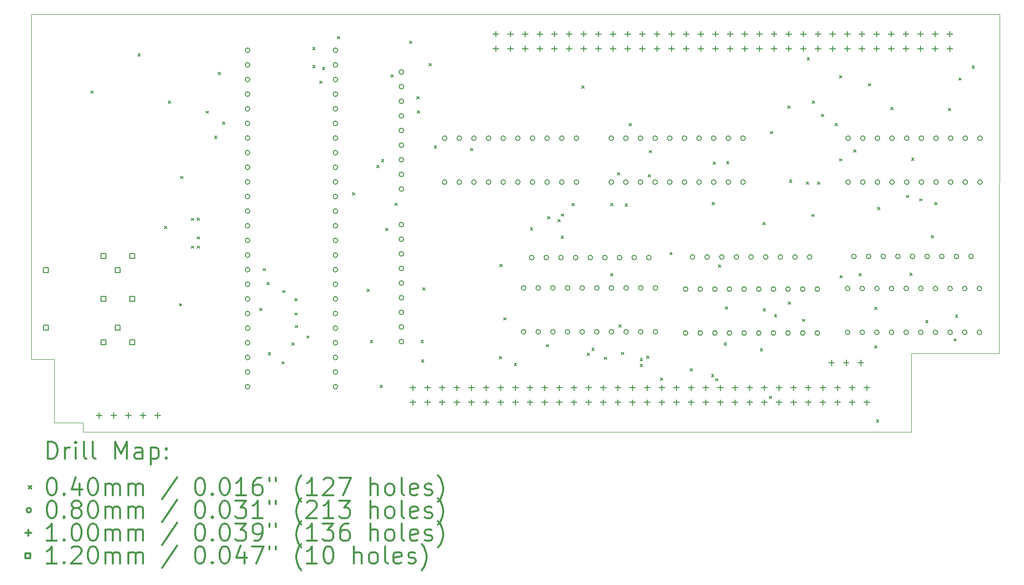
<source format=gbr>
%FSLAX45Y45*%
G04 Gerber Fmt 4.5, Leading zero omitted, Abs format (unit mm)*
G04 Created by KiCad (PCBNEW (5.1.7)-1) date 2021-09-17 17:17:59*
%MOMM*%
%LPD*%
G01*
G04 APERTURE LIST*
%TA.AperFunction,Profile*%
%ADD10C,0.050000*%
%TD*%
%ADD11C,0.200000*%
%ADD12C,0.300000*%
G04 APERTURE END LIST*
D10*
X7479200Y-11657550D02*
X7479200Y-11817550D01*
X6979200Y-11657550D02*
X7479200Y-11657550D01*
X7479200Y-11817550D02*
X21839200Y-11817550D01*
X6979200Y-10557550D02*
X6979200Y-11657550D01*
X6579200Y-10557550D02*
X6979200Y-10557550D01*
X6579200Y-4557550D02*
X6579200Y-10557550D01*
X23379200Y-4557550D02*
X6579200Y-4557550D01*
X23369200Y-10457550D02*
X23379200Y-4557550D01*
X21839200Y-10457550D02*
X23369200Y-10457550D01*
X21839200Y-11817550D02*
X21839200Y-10457550D01*
D11*
X7612810Y-5896370D02*
X7652810Y-5936370D01*
X7652810Y-5896370D02*
X7612810Y-5936370D01*
X8429200Y-5247550D02*
X8469200Y-5287550D01*
X8469200Y-5247550D02*
X8429200Y-5287550D01*
X8889200Y-8247550D02*
X8929200Y-8287550D01*
X8929200Y-8247550D02*
X8889200Y-8287550D01*
X8959200Y-6067550D02*
X8999200Y-6107550D01*
X8999200Y-6067550D02*
X8959200Y-6107550D01*
X9149200Y-9587550D02*
X9189200Y-9627550D01*
X9189200Y-9587550D02*
X9149200Y-9627550D01*
X9169200Y-7377550D02*
X9209200Y-7417550D01*
X9209200Y-7377550D02*
X9169200Y-7417550D01*
X9356200Y-8105610D02*
X9396200Y-8145610D01*
X9396200Y-8105610D02*
X9356200Y-8145610D01*
X9357770Y-8588040D02*
X9397770Y-8628040D01*
X9397770Y-8588040D02*
X9357770Y-8628040D01*
X9457270Y-8103020D02*
X9497270Y-8143020D01*
X9497270Y-8103020D02*
X9457270Y-8143020D01*
X9460440Y-8427260D02*
X9500440Y-8467260D01*
X9500440Y-8427260D02*
X9460440Y-8467260D01*
X9460590Y-8588000D02*
X9500590Y-8628000D01*
X9500590Y-8588000D02*
X9460590Y-8628000D01*
X9609450Y-6243120D02*
X9649450Y-6283120D01*
X9649450Y-6243120D02*
X9609450Y-6283120D01*
X9759270Y-6677150D02*
X9799270Y-6717150D01*
X9799270Y-6677150D02*
X9759270Y-6717150D01*
X9819200Y-5567550D02*
X9859200Y-5607550D01*
X9859200Y-5567550D02*
X9819200Y-5607550D01*
X9895620Y-6435930D02*
X9935620Y-6475930D01*
X9935620Y-6435930D02*
X9895620Y-6475930D01*
X10539200Y-9667550D02*
X10579200Y-9707550D01*
X10579200Y-9667550D02*
X10539200Y-9707550D01*
X10599200Y-8977550D02*
X10639200Y-9017550D01*
X10639200Y-8977550D02*
X10599200Y-9017550D01*
X10669200Y-9217550D02*
X10709200Y-9257550D01*
X10709200Y-9217550D02*
X10669200Y-9257550D01*
X10689200Y-10437550D02*
X10729200Y-10477550D01*
X10729200Y-10437550D02*
X10689200Y-10477550D01*
X10925910Y-10594570D02*
X10965910Y-10634570D01*
X10965910Y-10594570D02*
X10925910Y-10634570D01*
X10939200Y-9357550D02*
X10979200Y-9397550D01*
X10979200Y-9357550D02*
X10939200Y-9397550D01*
X11099200Y-10267550D02*
X11139200Y-10307550D01*
X11139200Y-10267550D02*
X11099200Y-10307550D01*
X11149200Y-9497550D02*
X11189200Y-9537550D01*
X11189200Y-9497550D02*
X11149200Y-9537550D01*
X11149200Y-9747550D02*
X11189200Y-9787550D01*
X11189200Y-9747550D02*
X11149200Y-9787550D01*
X11159200Y-9967550D02*
X11199200Y-10007550D01*
X11199200Y-9967550D02*
X11159200Y-10007550D01*
X11358680Y-10146410D02*
X11398680Y-10186410D01*
X11398680Y-10146410D02*
X11358680Y-10186410D01*
X11459200Y-5137550D02*
X11499200Y-5177550D01*
X11499200Y-5137550D02*
X11459200Y-5177550D01*
X11460980Y-5449930D02*
X11500980Y-5489930D01*
X11500980Y-5449930D02*
X11460980Y-5489930D01*
X11584810Y-5719360D02*
X11624810Y-5759360D01*
X11624810Y-5719360D02*
X11584810Y-5759360D01*
X11629200Y-5487550D02*
X11669200Y-5527550D01*
X11669200Y-5487550D02*
X11629200Y-5527550D01*
X11889200Y-4947550D02*
X11929200Y-4987550D01*
X11929200Y-4947550D02*
X11889200Y-4987550D01*
X12147660Y-7660530D02*
X12187660Y-7700530D01*
X12187660Y-7660530D02*
X12147660Y-7700530D01*
X12406690Y-9338600D02*
X12446690Y-9378600D01*
X12446690Y-9338600D02*
X12406690Y-9378600D01*
X12459200Y-10227550D02*
X12499200Y-10267550D01*
X12499200Y-10227550D02*
X12459200Y-10267550D01*
X12573700Y-7185050D02*
X12613700Y-7225050D01*
X12613700Y-7185050D02*
X12573700Y-7225050D01*
X12629200Y-11007550D02*
X12669200Y-11047550D01*
X12669200Y-11007550D02*
X12629200Y-11047550D01*
X12654460Y-7083700D02*
X12694460Y-7123700D01*
X12694460Y-7083700D02*
X12654460Y-7123700D01*
X12723730Y-8278110D02*
X12763730Y-8318110D01*
X12763730Y-8278110D02*
X12723730Y-8318110D01*
X12822140Y-5610680D02*
X12862140Y-5650680D01*
X12862140Y-5610680D02*
X12822140Y-5650680D01*
X12885230Y-7843310D02*
X12925230Y-7883310D01*
X12925230Y-7843310D02*
X12885230Y-7883310D01*
X13139200Y-5027550D02*
X13179200Y-5067550D01*
X13179200Y-5027550D02*
X13139200Y-5067550D01*
X13267860Y-5991280D02*
X13307860Y-6031280D01*
X13307860Y-5991280D02*
X13267860Y-6031280D01*
X13274000Y-6239400D02*
X13314000Y-6279400D01*
X13314000Y-6239400D02*
X13274000Y-6279400D01*
X13339200Y-10227550D02*
X13379200Y-10267550D01*
X13379200Y-10227550D02*
X13339200Y-10267550D01*
X13349200Y-10567550D02*
X13389200Y-10607550D01*
X13389200Y-10567550D02*
X13349200Y-10607550D01*
X13367190Y-9309550D02*
X13407190Y-9349550D01*
X13407190Y-9309550D02*
X13367190Y-9349550D01*
X13479200Y-5417550D02*
X13519200Y-5457550D01*
X13519200Y-5417550D02*
X13479200Y-5457550D01*
X13567470Y-6847810D02*
X13607470Y-6887810D01*
X13607470Y-6847810D02*
X13567470Y-6887810D01*
X14202220Y-6891390D02*
X14242220Y-6931390D01*
X14242220Y-6891390D02*
X14202220Y-6931390D01*
X14699200Y-10507550D02*
X14739200Y-10547550D01*
X14739200Y-10507550D02*
X14699200Y-10547550D01*
X14709200Y-8907550D02*
X14749200Y-8947550D01*
X14749200Y-8907550D02*
X14709200Y-8947550D01*
X14772490Y-9831960D02*
X14812490Y-9871960D01*
X14812490Y-9831960D02*
X14772490Y-9871960D01*
X14957650Y-10623090D02*
X14997650Y-10663090D01*
X14997650Y-10623090D02*
X14957650Y-10663090D01*
X15235870Y-8268460D02*
X15275870Y-8308460D01*
X15275870Y-8268460D02*
X15235870Y-8308460D01*
X15509200Y-10297550D02*
X15549200Y-10337550D01*
X15549200Y-10297550D02*
X15509200Y-10337550D01*
X15536220Y-8072980D02*
X15576220Y-8112980D01*
X15576220Y-8072980D02*
X15536220Y-8112980D01*
X15713350Y-8127850D02*
X15753350Y-8167850D01*
X15753350Y-8127850D02*
X15713350Y-8167850D01*
X15769360Y-8414400D02*
X15809360Y-8454400D01*
X15809360Y-8414400D02*
X15769360Y-8454400D01*
X15772500Y-8027830D02*
X15812500Y-8067830D01*
X15812500Y-8027830D02*
X15772500Y-8067830D01*
X15960380Y-7846370D02*
X16000380Y-7886370D01*
X16000380Y-7846370D02*
X15960380Y-7886370D01*
X16128730Y-5806540D02*
X16168730Y-5846540D01*
X16168730Y-5806540D02*
X16128730Y-5846540D01*
X16221290Y-10444130D02*
X16261290Y-10484130D01*
X16261290Y-10444130D02*
X16221290Y-10484130D01*
X16303510Y-10360600D02*
X16343510Y-10400600D01*
X16343510Y-10360600D02*
X16303510Y-10400600D01*
X16519200Y-10517550D02*
X16559200Y-10557550D01*
X16559200Y-10517550D02*
X16519200Y-10557550D01*
X16629200Y-7847550D02*
X16669200Y-7887550D01*
X16669200Y-7847550D02*
X16629200Y-7887550D01*
X16631250Y-9063300D02*
X16671250Y-9103300D01*
X16671250Y-9063300D02*
X16631250Y-9103300D01*
X16746200Y-7316150D02*
X16786200Y-7356150D01*
X16786200Y-7316150D02*
X16746200Y-7356150D01*
X16775980Y-9956530D02*
X16815980Y-9996530D01*
X16815980Y-9956530D02*
X16775980Y-9996530D01*
X16817270Y-10433270D02*
X16857270Y-10473270D01*
X16857270Y-10433270D02*
X16817270Y-10473270D01*
X16879200Y-7857550D02*
X16919200Y-7897550D01*
X16919200Y-7857550D02*
X16879200Y-7897550D01*
X16951140Y-6457060D02*
X16991140Y-6497060D01*
X16991140Y-6457060D02*
X16951140Y-6497060D01*
X17140310Y-10640150D02*
X17180310Y-10680150D01*
X17180310Y-10640150D02*
X17140310Y-10680150D01*
X17141760Y-10539030D02*
X17181760Y-10579030D01*
X17181760Y-10539030D02*
X17141760Y-10579030D01*
X17254940Y-10494370D02*
X17294940Y-10534370D01*
X17294940Y-10494370D02*
X17254940Y-10534370D01*
X17282320Y-7345020D02*
X17322320Y-7385020D01*
X17322320Y-7345020D02*
X17282320Y-7385020D01*
X17297840Y-6928000D02*
X17337840Y-6968000D01*
X17337840Y-6928000D02*
X17297840Y-6968000D01*
X17492330Y-10876070D02*
X17532330Y-10916070D01*
X17532330Y-10876070D02*
X17492330Y-10916070D01*
X17658880Y-8698570D02*
X17698880Y-8738570D01*
X17698880Y-8698570D02*
X17658880Y-8738570D01*
X18008190Y-10716740D02*
X18048190Y-10756740D01*
X18048190Y-10716740D02*
X18008190Y-10756740D01*
X18376940Y-10820140D02*
X18416940Y-10860140D01*
X18416940Y-10820140D02*
X18376940Y-10860140D01*
X18389200Y-7827550D02*
X18429200Y-7867550D01*
X18429200Y-7827550D02*
X18389200Y-7867550D01*
X18409200Y-7127550D02*
X18449200Y-7167550D01*
X18449200Y-7127550D02*
X18409200Y-7167550D01*
X18447690Y-10890870D02*
X18487690Y-10930870D01*
X18487690Y-10890870D02*
X18447690Y-10930870D01*
X18498050Y-8916140D02*
X18538050Y-8956140D01*
X18538050Y-8916140D02*
X18498050Y-8956140D01*
X18596970Y-10269210D02*
X18636970Y-10309210D01*
X18636970Y-10269210D02*
X18596970Y-10309210D01*
X18618610Y-9642790D02*
X18658610Y-9682790D01*
X18658610Y-9642790D02*
X18618610Y-9682790D01*
X18639200Y-7117550D02*
X18679200Y-7157550D01*
X18679200Y-7117550D02*
X18639200Y-7157550D01*
X19223200Y-10371910D02*
X19263200Y-10411910D01*
X19263200Y-10371910D02*
X19223200Y-10411910D01*
X19269200Y-8177550D02*
X19309200Y-8217550D01*
X19309200Y-8177550D02*
X19269200Y-8217550D01*
X19274840Y-9675410D02*
X19314840Y-9715410D01*
X19314840Y-9675410D02*
X19274840Y-9715410D01*
X19383180Y-11196140D02*
X19423180Y-11236140D01*
X19423180Y-11196140D02*
X19383180Y-11236140D01*
X19399200Y-6597550D02*
X19439200Y-6637550D01*
X19439200Y-6597550D02*
X19399200Y-6637550D01*
X19469200Y-9777550D02*
X19509200Y-9817550D01*
X19509200Y-9777550D02*
X19469200Y-9817550D01*
X19704770Y-6156270D02*
X19744770Y-6196270D01*
X19744770Y-6156270D02*
X19704770Y-6196270D01*
X19709200Y-9557550D02*
X19749200Y-9597550D01*
X19749200Y-9557550D02*
X19709200Y-9597550D01*
X19732480Y-7437890D02*
X19772480Y-7477890D01*
X19772480Y-7437890D02*
X19732480Y-7477890D01*
X19959200Y-9857550D02*
X19999200Y-9897550D01*
X19999200Y-9857550D02*
X19959200Y-9897550D01*
X20025290Y-7474930D02*
X20065290Y-7514930D01*
X20065290Y-7474930D02*
X20025290Y-7514930D01*
X20038040Y-5313830D02*
X20078040Y-5353830D01*
X20078040Y-5313830D02*
X20038040Y-5353830D01*
X20119200Y-8037550D02*
X20159200Y-8077550D01*
X20159200Y-8037550D02*
X20119200Y-8077550D01*
X20128790Y-6065780D02*
X20168790Y-6105780D01*
X20168790Y-6065780D02*
X20128790Y-6105780D01*
X20221050Y-7473320D02*
X20261050Y-7513320D01*
X20261050Y-7473320D02*
X20221050Y-7513320D01*
X20288870Y-6297430D02*
X20328870Y-6337430D01*
X20328870Y-6297430D02*
X20288870Y-6337430D01*
X20523740Y-6457660D02*
X20563740Y-6497660D01*
X20563740Y-6457660D02*
X20523740Y-6497660D01*
X20597370Y-7072720D02*
X20637370Y-7112720D01*
X20637370Y-7072720D02*
X20597370Y-7112720D01*
X20599200Y-5627550D02*
X20639200Y-5667550D01*
X20639200Y-5627550D02*
X20599200Y-5667550D01*
X20609200Y-9097550D02*
X20649200Y-9137550D01*
X20649200Y-9097550D02*
X20609200Y-9137550D01*
X20843110Y-6912940D02*
X20883110Y-6952940D01*
X20883110Y-6912940D02*
X20843110Y-6952940D01*
X20939200Y-9067550D02*
X20979200Y-9107550D01*
X20979200Y-9067550D02*
X20939200Y-9107550D01*
X21099200Y-5767550D02*
X21139200Y-5807550D01*
X21139200Y-5767550D02*
X21099200Y-5807550D01*
X21209200Y-9647550D02*
X21249200Y-9687550D01*
X21249200Y-9647550D02*
X21209200Y-9687550D01*
X21209200Y-10317550D02*
X21249200Y-10357550D01*
X21249200Y-10317550D02*
X21209200Y-10357550D01*
X21239200Y-11607550D02*
X21279200Y-11647550D01*
X21279200Y-11607550D02*
X21239200Y-11647550D01*
X21259200Y-7917550D02*
X21299200Y-7957550D01*
X21299200Y-7917550D02*
X21259200Y-7957550D01*
X21489200Y-6177550D02*
X21529200Y-6217550D01*
X21529200Y-6177550D02*
X21489200Y-6217550D01*
X21759200Y-7707550D02*
X21799200Y-7747550D01*
X21799200Y-7707550D02*
X21759200Y-7747550D01*
X21819200Y-9057550D02*
X21859200Y-9097550D01*
X21859200Y-9057550D02*
X21819200Y-9097550D01*
X21849200Y-7057550D02*
X21889200Y-7097550D01*
X21889200Y-7057550D02*
X21849200Y-7097550D01*
X21989200Y-7767550D02*
X22029200Y-7807550D01*
X22029200Y-7767550D02*
X21989200Y-7807550D01*
X22095500Y-9877120D02*
X22135500Y-9917120D01*
X22135500Y-9877120D02*
X22095500Y-9917120D01*
X22189200Y-8407550D02*
X22229200Y-8447550D01*
X22229200Y-8407550D02*
X22189200Y-8447550D01*
X22249200Y-7827550D02*
X22289200Y-7867550D01*
X22289200Y-7827550D02*
X22249200Y-7867550D01*
X22489200Y-6197550D02*
X22529200Y-6237550D01*
X22529200Y-6197550D02*
X22489200Y-6237550D01*
X22586010Y-10195340D02*
X22626010Y-10235340D01*
X22626010Y-10195340D02*
X22586010Y-10235340D01*
X22610670Y-9786600D02*
X22650670Y-9826600D01*
X22650670Y-9786600D02*
X22610670Y-9826600D01*
X22669200Y-5667550D02*
X22709200Y-5707550D01*
X22709200Y-5667550D02*
X22669200Y-5707550D01*
X22899200Y-5457550D02*
X22939200Y-5497550D01*
X22939200Y-5457550D02*
X22899200Y-5497550D01*
X10369200Y-5187550D02*
G75*
G03*
X10369200Y-5187550I-40000J0D01*
G01*
X10369200Y-5441550D02*
G75*
G03*
X10369200Y-5441550I-40000J0D01*
G01*
X10369200Y-5695550D02*
G75*
G03*
X10369200Y-5695550I-40000J0D01*
G01*
X10369200Y-5949550D02*
G75*
G03*
X10369200Y-5949550I-40000J0D01*
G01*
X10369200Y-6203550D02*
G75*
G03*
X10369200Y-6203550I-40000J0D01*
G01*
X10369200Y-6457550D02*
G75*
G03*
X10369200Y-6457550I-40000J0D01*
G01*
X10369200Y-6711550D02*
G75*
G03*
X10369200Y-6711550I-40000J0D01*
G01*
X10369200Y-6965550D02*
G75*
G03*
X10369200Y-6965550I-40000J0D01*
G01*
X10369200Y-7219550D02*
G75*
G03*
X10369200Y-7219550I-40000J0D01*
G01*
X10369200Y-7473550D02*
G75*
G03*
X10369200Y-7473550I-40000J0D01*
G01*
X10369200Y-7727550D02*
G75*
G03*
X10369200Y-7727550I-40000J0D01*
G01*
X10369200Y-7981550D02*
G75*
G03*
X10369200Y-7981550I-40000J0D01*
G01*
X10369200Y-8235550D02*
G75*
G03*
X10369200Y-8235550I-40000J0D01*
G01*
X10369200Y-8489550D02*
G75*
G03*
X10369200Y-8489550I-40000J0D01*
G01*
X10369200Y-8743550D02*
G75*
G03*
X10369200Y-8743550I-40000J0D01*
G01*
X10369200Y-8997550D02*
G75*
G03*
X10369200Y-8997550I-40000J0D01*
G01*
X10369200Y-9251550D02*
G75*
G03*
X10369200Y-9251550I-40000J0D01*
G01*
X10369200Y-9505550D02*
G75*
G03*
X10369200Y-9505550I-40000J0D01*
G01*
X10369200Y-9759550D02*
G75*
G03*
X10369200Y-9759550I-40000J0D01*
G01*
X10369200Y-10013550D02*
G75*
G03*
X10369200Y-10013550I-40000J0D01*
G01*
X10369200Y-10267550D02*
G75*
G03*
X10369200Y-10267550I-40000J0D01*
G01*
X10369200Y-10521550D02*
G75*
G03*
X10369200Y-10521550I-40000J0D01*
G01*
X10369200Y-10775550D02*
G75*
G03*
X10369200Y-10775550I-40000J0D01*
G01*
X10369200Y-11029550D02*
G75*
G03*
X10369200Y-11029550I-40000J0D01*
G01*
X11893200Y-5187550D02*
G75*
G03*
X11893200Y-5187550I-40000J0D01*
G01*
X11893200Y-5441550D02*
G75*
G03*
X11893200Y-5441550I-40000J0D01*
G01*
X11893200Y-5695550D02*
G75*
G03*
X11893200Y-5695550I-40000J0D01*
G01*
X11893200Y-5949550D02*
G75*
G03*
X11893200Y-5949550I-40000J0D01*
G01*
X11893200Y-6203550D02*
G75*
G03*
X11893200Y-6203550I-40000J0D01*
G01*
X11893200Y-6457550D02*
G75*
G03*
X11893200Y-6457550I-40000J0D01*
G01*
X11893200Y-6711550D02*
G75*
G03*
X11893200Y-6711550I-40000J0D01*
G01*
X11893200Y-6965550D02*
G75*
G03*
X11893200Y-6965550I-40000J0D01*
G01*
X11893200Y-7219550D02*
G75*
G03*
X11893200Y-7219550I-40000J0D01*
G01*
X11893200Y-7473550D02*
G75*
G03*
X11893200Y-7473550I-40000J0D01*
G01*
X11893200Y-7727550D02*
G75*
G03*
X11893200Y-7727550I-40000J0D01*
G01*
X11893200Y-7981550D02*
G75*
G03*
X11893200Y-7981550I-40000J0D01*
G01*
X11893200Y-8235550D02*
G75*
G03*
X11893200Y-8235550I-40000J0D01*
G01*
X11893200Y-8489550D02*
G75*
G03*
X11893200Y-8489550I-40000J0D01*
G01*
X11893200Y-8743550D02*
G75*
G03*
X11893200Y-8743550I-40000J0D01*
G01*
X11893200Y-8997550D02*
G75*
G03*
X11893200Y-8997550I-40000J0D01*
G01*
X11893200Y-9251550D02*
G75*
G03*
X11893200Y-9251550I-40000J0D01*
G01*
X11893200Y-9505550D02*
G75*
G03*
X11893200Y-9505550I-40000J0D01*
G01*
X11893200Y-9759550D02*
G75*
G03*
X11893200Y-9759550I-40000J0D01*
G01*
X11893200Y-10013550D02*
G75*
G03*
X11893200Y-10013550I-40000J0D01*
G01*
X11893200Y-10267550D02*
G75*
G03*
X11893200Y-10267550I-40000J0D01*
G01*
X11893200Y-10521550D02*
G75*
G03*
X11893200Y-10521550I-40000J0D01*
G01*
X11893200Y-10775550D02*
G75*
G03*
X11893200Y-10775550I-40000J0D01*
G01*
X11893200Y-11029550D02*
G75*
G03*
X11893200Y-11029550I-40000J0D01*
G01*
X15299200Y-8787550D02*
G75*
G03*
X15299200Y-8787550I-40000J0D01*
G01*
X15553200Y-8787550D02*
G75*
G03*
X15553200Y-8787550I-40000J0D01*
G01*
X15807200Y-8787550D02*
G75*
G03*
X15807200Y-8787550I-40000J0D01*
G01*
X16061200Y-8787550D02*
G75*
G03*
X16061200Y-8787550I-40000J0D01*
G01*
X16315200Y-8787550D02*
G75*
G03*
X16315200Y-8787550I-40000J0D01*
G01*
X16569200Y-8787550D02*
G75*
G03*
X16569200Y-8787550I-40000J0D01*
G01*
X16823200Y-8787550D02*
G75*
G03*
X16823200Y-8787550I-40000J0D01*
G01*
X17077200Y-8787550D02*
G75*
G03*
X17077200Y-8787550I-40000J0D01*
G01*
X17331200Y-8787550D02*
G75*
G03*
X17331200Y-8787550I-40000J0D01*
G01*
X17969200Y-9335600D02*
G75*
G03*
X17969200Y-9335600I-40000J0D01*
G01*
X17969200Y-10097600D02*
G75*
G03*
X17969200Y-10097600I-40000J0D01*
G01*
X18223200Y-9335600D02*
G75*
G03*
X18223200Y-9335600I-40000J0D01*
G01*
X18223200Y-10097600D02*
G75*
G03*
X18223200Y-10097600I-40000J0D01*
G01*
X18477200Y-9335600D02*
G75*
G03*
X18477200Y-9335600I-40000J0D01*
G01*
X18477200Y-10097600D02*
G75*
G03*
X18477200Y-10097600I-40000J0D01*
G01*
X18731200Y-9335600D02*
G75*
G03*
X18731200Y-9335600I-40000J0D01*
G01*
X18731200Y-10097600D02*
G75*
G03*
X18731200Y-10097600I-40000J0D01*
G01*
X18985200Y-9335600D02*
G75*
G03*
X18985200Y-9335600I-40000J0D01*
G01*
X18985200Y-10097600D02*
G75*
G03*
X18985200Y-10097600I-40000J0D01*
G01*
X19239200Y-9335600D02*
G75*
G03*
X19239200Y-9335600I-40000J0D01*
G01*
X19239200Y-10097600D02*
G75*
G03*
X19239200Y-10097600I-40000J0D01*
G01*
X19493200Y-9335600D02*
G75*
G03*
X19493200Y-9335600I-40000J0D01*
G01*
X19493200Y-10097600D02*
G75*
G03*
X19493200Y-10097600I-40000J0D01*
G01*
X19747200Y-9335600D02*
G75*
G03*
X19747200Y-9335600I-40000J0D01*
G01*
X19747200Y-10097600D02*
G75*
G03*
X19747200Y-10097600I-40000J0D01*
G01*
X20001200Y-9335600D02*
G75*
G03*
X20001200Y-9335600I-40000J0D01*
G01*
X20001200Y-10097600D02*
G75*
G03*
X20001200Y-10097600I-40000J0D01*
G01*
X20255200Y-9335600D02*
G75*
G03*
X20255200Y-9335600I-40000J0D01*
G01*
X20255200Y-10097600D02*
G75*
G03*
X20255200Y-10097600I-40000J0D01*
G01*
X18089200Y-8777550D02*
G75*
G03*
X18089200Y-8777550I-40000J0D01*
G01*
X18343200Y-8777550D02*
G75*
G03*
X18343200Y-8777550I-40000J0D01*
G01*
X18597200Y-8777550D02*
G75*
G03*
X18597200Y-8777550I-40000J0D01*
G01*
X18851200Y-8777550D02*
G75*
G03*
X18851200Y-8777550I-40000J0D01*
G01*
X19105200Y-8777550D02*
G75*
G03*
X19105200Y-8777550I-40000J0D01*
G01*
X19359200Y-8777550D02*
G75*
G03*
X19359200Y-8777550I-40000J0D01*
G01*
X19613200Y-8777550D02*
G75*
G03*
X19613200Y-8777550I-40000J0D01*
G01*
X19867200Y-8777550D02*
G75*
G03*
X19867200Y-8777550I-40000J0D01*
G01*
X20121200Y-8777550D02*
G75*
G03*
X20121200Y-8777550I-40000J0D01*
G01*
X13789200Y-6715550D02*
G75*
G03*
X13789200Y-6715550I-40000J0D01*
G01*
X13789200Y-7477550D02*
G75*
G03*
X13789200Y-7477550I-40000J0D01*
G01*
X14043200Y-6715550D02*
G75*
G03*
X14043200Y-6715550I-40000J0D01*
G01*
X14043200Y-7477550D02*
G75*
G03*
X14043200Y-7477550I-40000J0D01*
G01*
X14297200Y-6715550D02*
G75*
G03*
X14297200Y-6715550I-40000J0D01*
G01*
X14297200Y-7477550D02*
G75*
G03*
X14297200Y-7477550I-40000J0D01*
G01*
X14551200Y-6715550D02*
G75*
G03*
X14551200Y-6715550I-40000J0D01*
G01*
X14551200Y-7477550D02*
G75*
G03*
X14551200Y-7477550I-40000J0D01*
G01*
X14805200Y-6715550D02*
G75*
G03*
X14805200Y-6715550I-40000J0D01*
G01*
X14805200Y-7477550D02*
G75*
G03*
X14805200Y-7477550I-40000J0D01*
G01*
X15059200Y-6715550D02*
G75*
G03*
X15059200Y-6715550I-40000J0D01*
G01*
X15059200Y-7477550D02*
G75*
G03*
X15059200Y-7477550I-40000J0D01*
G01*
X15313200Y-6715550D02*
G75*
G03*
X15313200Y-6715550I-40000J0D01*
G01*
X15313200Y-7477550D02*
G75*
G03*
X15313200Y-7477550I-40000J0D01*
G01*
X15567200Y-6715550D02*
G75*
G03*
X15567200Y-6715550I-40000J0D01*
G01*
X15567200Y-7477550D02*
G75*
G03*
X15567200Y-7477550I-40000J0D01*
G01*
X15821200Y-6715550D02*
G75*
G03*
X15821200Y-6715550I-40000J0D01*
G01*
X15821200Y-7477550D02*
G75*
G03*
X15821200Y-7477550I-40000J0D01*
G01*
X16075200Y-6715550D02*
G75*
G03*
X16075200Y-6715550I-40000J0D01*
G01*
X16075200Y-7477550D02*
G75*
G03*
X16075200Y-7477550I-40000J0D01*
G01*
X20779200Y-9325600D02*
G75*
G03*
X20779200Y-9325600I-40000J0D01*
G01*
X20779200Y-10087600D02*
G75*
G03*
X20779200Y-10087600I-40000J0D01*
G01*
X21033200Y-9325600D02*
G75*
G03*
X21033200Y-9325600I-40000J0D01*
G01*
X21033200Y-10087600D02*
G75*
G03*
X21033200Y-10087600I-40000J0D01*
G01*
X21287200Y-9325600D02*
G75*
G03*
X21287200Y-9325600I-40000J0D01*
G01*
X21287200Y-10087600D02*
G75*
G03*
X21287200Y-10087600I-40000J0D01*
G01*
X21541200Y-9325600D02*
G75*
G03*
X21541200Y-9325600I-40000J0D01*
G01*
X21541200Y-10087600D02*
G75*
G03*
X21541200Y-10087600I-40000J0D01*
G01*
X21795200Y-9325600D02*
G75*
G03*
X21795200Y-9325600I-40000J0D01*
G01*
X21795200Y-10087600D02*
G75*
G03*
X21795200Y-10087600I-40000J0D01*
G01*
X22049200Y-9325600D02*
G75*
G03*
X22049200Y-9325600I-40000J0D01*
G01*
X22049200Y-10087600D02*
G75*
G03*
X22049200Y-10087600I-40000J0D01*
G01*
X22303200Y-9325600D02*
G75*
G03*
X22303200Y-9325600I-40000J0D01*
G01*
X22303200Y-10087600D02*
G75*
G03*
X22303200Y-10087600I-40000J0D01*
G01*
X22557200Y-9325600D02*
G75*
G03*
X22557200Y-9325600I-40000J0D01*
G01*
X22557200Y-10087600D02*
G75*
G03*
X22557200Y-10087600I-40000J0D01*
G01*
X22811200Y-9325600D02*
G75*
G03*
X22811200Y-9325600I-40000J0D01*
G01*
X22811200Y-10087600D02*
G75*
G03*
X22811200Y-10087600I-40000J0D01*
G01*
X23065200Y-9325600D02*
G75*
G03*
X23065200Y-9325600I-40000J0D01*
G01*
X23065200Y-10087600D02*
G75*
G03*
X23065200Y-10087600I-40000J0D01*
G01*
X13039200Y-8215600D02*
G75*
G03*
X13039200Y-8215600I-40000J0D01*
G01*
X13039200Y-8469600D02*
G75*
G03*
X13039200Y-8469600I-40000J0D01*
G01*
X13039200Y-8723600D02*
G75*
G03*
X13039200Y-8723600I-40000J0D01*
G01*
X13039200Y-8977600D02*
G75*
G03*
X13039200Y-8977600I-40000J0D01*
G01*
X13039200Y-9231600D02*
G75*
G03*
X13039200Y-9231600I-40000J0D01*
G01*
X13039200Y-9485600D02*
G75*
G03*
X13039200Y-9485600I-40000J0D01*
G01*
X13039200Y-9739600D02*
G75*
G03*
X13039200Y-9739600I-40000J0D01*
G01*
X13039200Y-9993600D02*
G75*
G03*
X13039200Y-9993600I-40000J0D01*
G01*
X13039200Y-10247600D02*
G75*
G03*
X13039200Y-10247600I-40000J0D01*
G01*
X13039200Y-5565550D02*
G75*
G03*
X13039200Y-5565550I-40000J0D01*
G01*
X13039200Y-5819550D02*
G75*
G03*
X13039200Y-5819550I-40000J0D01*
G01*
X13039200Y-6073550D02*
G75*
G03*
X13039200Y-6073550I-40000J0D01*
G01*
X13039200Y-6327550D02*
G75*
G03*
X13039200Y-6327550I-40000J0D01*
G01*
X13039200Y-6581550D02*
G75*
G03*
X13039200Y-6581550I-40000J0D01*
G01*
X13039200Y-6835550D02*
G75*
G03*
X13039200Y-6835550I-40000J0D01*
G01*
X13039200Y-7089550D02*
G75*
G03*
X13039200Y-7089550I-40000J0D01*
G01*
X13039200Y-7343550D02*
G75*
G03*
X13039200Y-7343550I-40000J0D01*
G01*
X13039200Y-7597550D02*
G75*
G03*
X13039200Y-7597550I-40000J0D01*
G01*
X16679200Y-6715550D02*
G75*
G03*
X16679200Y-6715550I-40000J0D01*
G01*
X16679200Y-7477550D02*
G75*
G03*
X16679200Y-7477550I-40000J0D01*
G01*
X16933200Y-6715550D02*
G75*
G03*
X16933200Y-6715550I-40000J0D01*
G01*
X16933200Y-7477550D02*
G75*
G03*
X16933200Y-7477550I-40000J0D01*
G01*
X17187200Y-6715550D02*
G75*
G03*
X17187200Y-6715550I-40000J0D01*
G01*
X17187200Y-7477550D02*
G75*
G03*
X17187200Y-7477550I-40000J0D01*
G01*
X17441200Y-6715550D02*
G75*
G03*
X17441200Y-6715550I-40000J0D01*
G01*
X17441200Y-7477550D02*
G75*
G03*
X17441200Y-7477550I-40000J0D01*
G01*
X17695200Y-6715550D02*
G75*
G03*
X17695200Y-6715550I-40000J0D01*
G01*
X17695200Y-7477550D02*
G75*
G03*
X17695200Y-7477550I-40000J0D01*
G01*
X17949200Y-6715550D02*
G75*
G03*
X17949200Y-6715550I-40000J0D01*
G01*
X17949200Y-7477550D02*
G75*
G03*
X17949200Y-7477550I-40000J0D01*
G01*
X18203200Y-6715550D02*
G75*
G03*
X18203200Y-6715550I-40000J0D01*
G01*
X18203200Y-7477550D02*
G75*
G03*
X18203200Y-7477550I-40000J0D01*
G01*
X18457200Y-6715550D02*
G75*
G03*
X18457200Y-6715550I-40000J0D01*
G01*
X18457200Y-7477550D02*
G75*
G03*
X18457200Y-7477550I-40000J0D01*
G01*
X18711200Y-6715550D02*
G75*
G03*
X18711200Y-6715550I-40000J0D01*
G01*
X18711200Y-7477550D02*
G75*
G03*
X18711200Y-7477550I-40000J0D01*
G01*
X18965200Y-6715550D02*
G75*
G03*
X18965200Y-6715550I-40000J0D01*
G01*
X18965200Y-7477550D02*
G75*
G03*
X18965200Y-7477550I-40000J0D01*
G01*
X20789200Y-6715550D02*
G75*
G03*
X20789200Y-6715550I-40000J0D01*
G01*
X20789200Y-7477550D02*
G75*
G03*
X20789200Y-7477550I-40000J0D01*
G01*
X21043200Y-6715550D02*
G75*
G03*
X21043200Y-6715550I-40000J0D01*
G01*
X21043200Y-7477550D02*
G75*
G03*
X21043200Y-7477550I-40000J0D01*
G01*
X21297200Y-6715550D02*
G75*
G03*
X21297200Y-6715550I-40000J0D01*
G01*
X21297200Y-7477550D02*
G75*
G03*
X21297200Y-7477550I-40000J0D01*
G01*
X21551200Y-6715550D02*
G75*
G03*
X21551200Y-6715550I-40000J0D01*
G01*
X21551200Y-7477550D02*
G75*
G03*
X21551200Y-7477550I-40000J0D01*
G01*
X21805200Y-6715550D02*
G75*
G03*
X21805200Y-6715550I-40000J0D01*
G01*
X21805200Y-7477550D02*
G75*
G03*
X21805200Y-7477550I-40000J0D01*
G01*
X22059200Y-6715550D02*
G75*
G03*
X22059200Y-6715550I-40000J0D01*
G01*
X22059200Y-7477550D02*
G75*
G03*
X22059200Y-7477550I-40000J0D01*
G01*
X22313200Y-6715550D02*
G75*
G03*
X22313200Y-6715550I-40000J0D01*
G01*
X22313200Y-7477550D02*
G75*
G03*
X22313200Y-7477550I-40000J0D01*
G01*
X22567200Y-6715550D02*
G75*
G03*
X22567200Y-6715550I-40000J0D01*
G01*
X22567200Y-7477550D02*
G75*
G03*
X22567200Y-7477550I-40000J0D01*
G01*
X22821200Y-6715550D02*
G75*
G03*
X22821200Y-6715550I-40000J0D01*
G01*
X22821200Y-7477550D02*
G75*
G03*
X22821200Y-7477550I-40000J0D01*
G01*
X23075200Y-6715550D02*
G75*
G03*
X23075200Y-6715550I-40000J0D01*
G01*
X23075200Y-7477550D02*
G75*
G03*
X23075200Y-7477550I-40000J0D01*
G01*
X20889200Y-8767550D02*
G75*
G03*
X20889200Y-8767550I-40000J0D01*
G01*
X21143200Y-8767550D02*
G75*
G03*
X21143200Y-8767550I-40000J0D01*
G01*
X21397200Y-8767550D02*
G75*
G03*
X21397200Y-8767550I-40000J0D01*
G01*
X21651200Y-8767550D02*
G75*
G03*
X21651200Y-8767550I-40000J0D01*
G01*
X21905200Y-8767550D02*
G75*
G03*
X21905200Y-8767550I-40000J0D01*
G01*
X22159200Y-8767550D02*
G75*
G03*
X22159200Y-8767550I-40000J0D01*
G01*
X22413200Y-8767550D02*
G75*
G03*
X22413200Y-8767550I-40000J0D01*
G01*
X22667200Y-8767550D02*
G75*
G03*
X22667200Y-8767550I-40000J0D01*
G01*
X22921200Y-8767550D02*
G75*
G03*
X22921200Y-8767550I-40000J0D01*
G01*
X15159200Y-9315600D02*
G75*
G03*
X15159200Y-9315600I-40000J0D01*
G01*
X15159200Y-10077600D02*
G75*
G03*
X15159200Y-10077600I-40000J0D01*
G01*
X15413200Y-9315600D02*
G75*
G03*
X15413200Y-9315600I-40000J0D01*
G01*
X15413200Y-10077600D02*
G75*
G03*
X15413200Y-10077600I-40000J0D01*
G01*
X15667200Y-9315600D02*
G75*
G03*
X15667200Y-9315600I-40000J0D01*
G01*
X15667200Y-10077600D02*
G75*
G03*
X15667200Y-10077600I-40000J0D01*
G01*
X15921200Y-9315600D02*
G75*
G03*
X15921200Y-9315600I-40000J0D01*
G01*
X15921200Y-10077600D02*
G75*
G03*
X15921200Y-10077600I-40000J0D01*
G01*
X16175200Y-9315600D02*
G75*
G03*
X16175200Y-9315600I-40000J0D01*
G01*
X16175200Y-10077600D02*
G75*
G03*
X16175200Y-10077600I-40000J0D01*
G01*
X16429200Y-9315600D02*
G75*
G03*
X16429200Y-9315600I-40000J0D01*
G01*
X16429200Y-10077600D02*
G75*
G03*
X16429200Y-10077600I-40000J0D01*
G01*
X16683200Y-9315600D02*
G75*
G03*
X16683200Y-9315600I-40000J0D01*
G01*
X16683200Y-10077600D02*
G75*
G03*
X16683200Y-10077600I-40000J0D01*
G01*
X16937200Y-9315600D02*
G75*
G03*
X16937200Y-9315600I-40000J0D01*
G01*
X16937200Y-10077600D02*
G75*
G03*
X16937200Y-10077600I-40000J0D01*
G01*
X17191200Y-9315600D02*
G75*
G03*
X17191200Y-9315600I-40000J0D01*
G01*
X17191200Y-10077600D02*
G75*
G03*
X17191200Y-10077600I-40000J0D01*
G01*
X17445200Y-9315600D02*
G75*
G03*
X17445200Y-9315600I-40000J0D01*
G01*
X17445200Y-10077600D02*
G75*
G03*
X17445200Y-10077600I-40000J0D01*
G01*
X14639200Y-4853550D02*
X14639200Y-4953550D01*
X14589200Y-4903550D02*
X14689200Y-4903550D01*
X14639200Y-5107550D02*
X14639200Y-5207550D01*
X14589200Y-5157550D02*
X14689200Y-5157550D01*
X14893200Y-4853550D02*
X14893200Y-4953550D01*
X14843200Y-4903550D02*
X14943200Y-4903550D01*
X14893200Y-5107550D02*
X14893200Y-5207550D01*
X14843200Y-5157550D02*
X14943200Y-5157550D01*
X15147200Y-4853550D02*
X15147200Y-4953550D01*
X15097200Y-4903550D02*
X15197200Y-4903550D01*
X15147200Y-5107550D02*
X15147200Y-5207550D01*
X15097200Y-5157550D02*
X15197200Y-5157550D01*
X15401200Y-4853550D02*
X15401200Y-4953550D01*
X15351200Y-4903550D02*
X15451200Y-4903550D01*
X15401200Y-5107550D02*
X15401200Y-5207550D01*
X15351200Y-5157550D02*
X15451200Y-5157550D01*
X15655200Y-4853550D02*
X15655200Y-4953550D01*
X15605200Y-4903550D02*
X15705200Y-4903550D01*
X15655200Y-5107550D02*
X15655200Y-5207550D01*
X15605200Y-5157550D02*
X15705200Y-5157550D01*
X15909200Y-4853550D02*
X15909200Y-4953550D01*
X15859200Y-4903550D02*
X15959200Y-4903550D01*
X15909200Y-5107550D02*
X15909200Y-5207550D01*
X15859200Y-5157550D02*
X15959200Y-5157550D01*
X16163200Y-4853550D02*
X16163200Y-4953550D01*
X16113200Y-4903550D02*
X16213200Y-4903550D01*
X16163200Y-5107550D02*
X16163200Y-5207550D01*
X16113200Y-5157550D02*
X16213200Y-5157550D01*
X16417200Y-4853550D02*
X16417200Y-4953550D01*
X16367200Y-4903550D02*
X16467200Y-4903550D01*
X16417200Y-5107550D02*
X16417200Y-5207550D01*
X16367200Y-5157550D02*
X16467200Y-5157550D01*
X16671200Y-4853550D02*
X16671200Y-4953550D01*
X16621200Y-4903550D02*
X16721200Y-4903550D01*
X16671200Y-5107550D02*
X16671200Y-5207550D01*
X16621200Y-5157550D02*
X16721200Y-5157550D01*
X16925200Y-4853550D02*
X16925200Y-4953550D01*
X16875200Y-4903550D02*
X16975200Y-4903550D01*
X16925200Y-5107550D02*
X16925200Y-5207550D01*
X16875200Y-5157550D02*
X16975200Y-5157550D01*
X17179200Y-4853550D02*
X17179200Y-4953550D01*
X17129200Y-4903550D02*
X17229200Y-4903550D01*
X17179200Y-5107550D02*
X17179200Y-5207550D01*
X17129200Y-5157550D02*
X17229200Y-5157550D01*
X17433200Y-4853550D02*
X17433200Y-4953550D01*
X17383200Y-4903550D02*
X17483200Y-4903550D01*
X17433200Y-5107550D02*
X17433200Y-5207550D01*
X17383200Y-5157550D02*
X17483200Y-5157550D01*
X17687200Y-4853550D02*
X17687200Y-4953550D01*
X17637200Y-4903550D02*
X17737200Y-4903550D01*
X17687200Y-5107550D02*
X17687200Y-5207550D01*
X17637200Y-5157550D02*
X17737200Y-5157550D01*
X17941200Y-4853550D02*
X17941200Y-4953550D01*
X17891200Y-4903550D02*
X17991200Y-4903550D01*
X17941200Y-5107550D02*
X17941200Y-5207550D01*
X17891200Y-5157550D02*
X17991200Y-5157550D01*
X18195200Y-4853550D02*
X18195200Y-4953550D01*
X18145200Y-4903550D02*
X18245200Y-4903550D01*
X18195200Y-5107550D02*
X18195200Y-5207550D01*
X18145200Y-5157550D02*
X18245200Y-5157550D01*
X18449200Y-4853550D02*
X18449200Y-4953550D01*
X18399200Y-4903550D02*
X18499200Y-4903550D01*
X18449200Y-5107550D02*
X18449200Y-5207550D01*
X18399200Y-5157550D02*
X18499200Y-5157550D01*
X18703200Y-4853550D02*
X18703200Y-4953550D01*
X18653200Y-4903550D02*
X18753200Y-4903550D01*
X18703200Y-5107550D02*
X18703200Y-5207550D01*
X18653200Y-5157550D02*
X18753200Y-5157550D01*
X18957200Y-4853550D02*
X18957200Y-4953550D01*
X18907200Y-4903550D02*
X19007200Y-4903550D01*
X18957200Y-5107550D02*
X18957200Y-5207550D01*
X18907200Y-5157550D02*
X19007200Y-5157550D01*
X19211200Y-4853550D02*
X19211200Y-4953550D01*
X19161200Y-4903550D02*
X19261200Y-4903550D01*
X19211200Y-5107550D02*
X19211200Y-5207550D01*
X19161200Y-5157550D02*
X19261200Y-5157550D01*
X19465200Y-4853550D02*
X19465200Y-4953550D01*
X19415200Y-4903550D02*
X19515200Y-4903550D01*
X19465200Y-5107550D02*
X19465200Y-5207550D01*
X19415200Y-5157550D02*
X19515200Y-5157550D01*
X19719200Y-4853550D02*
X19719200Y-4953550D01*
X19669200Y-4903550D02*
X19769200Y-4903550D01*
X19719200Y-5107550D02*
X19719200Y-5207550D01*
X19669200Y-5157550D02*
X19769200Y-5157550D01*
X19973200Y-4853550D02*
X19973200Y-4953550D01*
X19923200Y-4903550D02*
X20023200Y-4903550D01*
X19973200Y-5107550D02*
X19973200Y-5207550D01*
X19923200Y-5157550D02*
X20023200Y-5157550D01*
X20227200Y-4853550D02*
X20227200Y-4953550D01*
X20177200Y-4903550D02*
X20277200Y-4903550D01*
X20227200Y-5107550D02*
X20227200Y-5207550D01*
X20177200Y-5157550D02*
X20277200Y-5157550D01*
X20481200Y-4853550D02*
X20481200Y-4953550D01*
X20431200Y-4903550D02*
X20531200Y-4903550D01*
X20481200Y-5107550D02*
X20481200Y-5207550D01*
X20431200Y-5157550D02*
X20531200Y-5157550D01*
X20735200Y-4853550D02*
X20735200Y-4953550D01*
X20685200Y-4903550D02*
X20785200Y-4903550D01*
X20735200Y-5107550D02*
X20735200Y-5207550D01*
X20685200Y-5157550D02*
X20785200Y-5157550D01*
X20989200Y-4853550D02*
X20989200Y-4953550D01*
X20939200Y-4903550D02*
X21039200Y-4903550D01*
X20989200Y-5107550D02*
X20989200Y-5207550D01*
X20939200Y-5157550D02*
X21039200Y-5157550D01*
X21243200Y-4853550D02*
X21243200Y-4953550D01*
X21193200Y-4903550D02*
X21293200Y-4903550D01*
X21243200Y-5107550D02*
X21243200Y-5207550D01*
X21193200Y-5157550D02*
X21293200Y-5157550D01*
X21497200Y-4853550D02*
X21497200Y-4953550D01*
X21447200Y-4903550D02*
X21547200Y-4903550D01*
X21497200Y-5107550D02*
X21497200Y-5207550D01*
X21447200Y-5157550D02*
X21547200Y-5157550D01*
X21751200Y-4853550D02*
X21751200Y-4953550D01*
X21701200Y-4903550D02*
X21801200Y-4903550D01*
X21751200Y-5107550D02*
X21751200Y-5207550D01*
X21701200Y-5157550D02*
X21801200Y-5157550D01*
X22005200Y-4853550D02*
X22005200Y-4953550D01*
X21955200Y-4903550D02*
X22055200Y-4903550D01*
X22005200Y-5107550D02*
X22005200Y-5207550D01*
X21955200Y-5157550D02*
X22055200Y-5157550D01*
X22259200Y-4853550D02*
X22259200Y-4953550D01*
X22209200Y-4903550D02*
X22309200Y-4903550D01*
X22259200Y-5107550D02*
X22259200Y-5207550D01*
X22209200Y-5157550D02*
X22309200Y-5157550D01*
X22513200Y-4853550D02*
X22513200Y-4953550D01*
X22463200Y-4903550D02*
X22563200Y-4903550D01*
X22513200Y-5107550D02*
X22513200Y-5207550D01*
X22463200Y-5157550D02*
X22563200Y-5157550D01*
X13197200Y-10999600D02*
X13197200Y-11099600D01*
X13147200Y-11049600D02*
X13247200Y-11049600D01*
X13197200Y-11253600D02*
X13197200Y-11353600D01*
X13147200Y-11303600D02*
X13247200Y-11303600D01*
X13451200Y-10999600D02*
X13451200Y-11099600D01*
X13401200Y-11049600D02*
X13501200Y-11049600D01*
X13451200Y-11253600D02*
X13451200Y-11353600D01*
X13401200Y-11303600D02*
X13501200Y-11303600D01*
X13705200Y-10999600D02*
X13705200Y-11099600D01*
X13655200Y-11049600D02*
X13755200Y-11049600D01*
X13705200Y-11253600D02*
X13705200Y-11353600D01*
X13655200Y-11303600D02*
X13755200Y-11303600D01*
X13959200Y-10999600D02*
X13959200Y-11099600D01*
X13909200Y-11049600D02*
X14009200Y-11049600D01*
X13959200Y-11253600D02*
X13959200Y-11353600D01*
X13909200Y-11303600D02*
X14009200Y-11303600D01*
X14213200Y-10999600D02*
X14213200Y-11099600D01*
X14163200Y-11049600D02*
X14263200Y-11049600D01*
X14213200Y-11253600D02*
X14213200Y-11353600D01*
X14163200Y-11303600D02*
X14263200Y-11303600D01*
X14467200Y-10999600D02*
X14467200Y-11099600D01*
X14417200Y-11049600D02*
X14517200Y-11049600D01*
X14467200Y-11253600D02*
X14467200Y-11353600D01*
X14417200Y-11303600D02*
X14517200Y-11303600D01*
X14721200Y-10999600D02*
X14721200Y-11099600D01*
X14671200Y-11049600D02*
X14771200Y-11049600D01*
X14721200Y-11253600D02*
X14721200Y-11353600D01*
X14671200Y-11303600D02*
X14771200Y-11303600D01*
X14975200Y-10999600D02*
X14975200Y-11099600D01*
X14925200Y-11049600D02*
X15025200Y-11049600D01*
X14975200Y-11253600D02*
X14975200Y-11353600D01*
X14925200Y-11303600D02*
X15025200Y-11303600D01*
X15229200Y-10999600D02*
X15229200Y-11099600D01*
X15179200Y-11049600D02*
X15279200Y-11049600D01*
X15229200Y-11253600D02*
X15229200Y-11353600D01*
X15179200Y-11303600D02*
X15279200Y-11303600D01*
X15483200Y-10999600D02*
X15483200Y-11099600D01*
X15433200Y-11049600D02*
X15533200Y-11049600D01*
X15483200Y-11253600D02*
X15483200Y-11353600D01*
X15433200Y-11303600D02*
X15533200Y-11303600D01*
X15737200Y-10999600D02*
X15737200Y-11099600D01*
X15687200Y-11049600D02*
X15787200Y-11049600D01*
X15737200Y-11253600D02*
X15737200Y-11353600D01*
X15687200Y-11303600D02*
X15787200Y-11303600D01*
X15991200Y-10999600D02*
X15991200Y-11099600D01*
X15941200Y-11049600D02*
X16041200Y-11049600D01*
X15991200Y-11253600D02*
X15991200Y-11353600D01*
X15941200Y-11303600D02*
X16041200Y-11303600D01*
X16245200Y-10999600D02*
X16245200Y-11099600D01*
X16195200Y-11049600D02*
X16295200Y-11049600D01*
X16245200Y-11253600D02*
X16245200Y-11353600D01*
X16195200Y-11303600D02*
X16295200Y-11303600D01*
X16499200Y-10999600D02*
X16499200Y-11099600D01*
X16449200Y-11049600D02*
X16549200Y-11049600D01*
X16499200Y-11253600D02*
X16499200Y-11353600D01*
X16449200Y-11303600D02*
X16549200Y-11303600D01*
X16753200Y-10999600D02*
X16753200Y-11099600D01*
X16703200Y-11049600D02*
X16803200Y-11049600D01*
X16753200Y-11253600D02*
X16753200Y-11353600D01*
X16703200Y-11303600D02*
X16803200Y-11303600D01*
X17007200Y-10999600D02*
X17007200Y-11099600D01*
X16957200Y-11049600D02*
X17057200Y-11049600D01*
X17007200Y-11253600D02*
X17007200Y-11353600D01*
X16957200Y-11303600D02*
X17057200Y-11303600D01*
X17261200Y-10999600D02*
X17261200Y-11099600D01*
X17211200Y-11049600D02*
X17311200Y-11049600D01*
X17261200Y-11253600D02*
X17261200Y-11353600D01*
X17211200Y-11303600D02*
X17311200Y-11303600D01*
X17515200Y-10999600D02*
X17515200Y-11099600D01*
X17465200Y-11049600D02*
X17565200Y-11049600D01*
X17515200Y-11253600D02*
X17515200Y-11353600D01*
X17465200Y-11303600D02*
X17565200Y-11303600D01*
X17769200Y-10999600D02*
X17769200Y-11099600D01*
X17719200Y-11049600D02*
X17819200Y-11049600D01*
X17769200Y-11253600D02*
X17769200Y-11353600D01*
X17719200Y-11303600D02*
X17819200Y-11303600D01*
X18023200Y-10999600D02*
X18023200Y-11099600D01*
X17973200Y-11049600D02*
X18073200Y-11049600D01*
X18023200Y-11253600D02*
X18023200Y-11353600D01*
X17973200Y-11303600D02*
X18073200Y-11303600D01*
X18277200Y-10999600D02*
X18277200Y-11099600D01*
X18227200Y-11049600D02*
X18327200Y-11049600D01*
X18277200Y-11253600D02*
X18277200Y-11353600D01*
X18227200Y-11303600D02*
X18327200Y-11303600D01*
X18531200Y-10999600D02*
X18531200Y-11099600D01*
X18481200Y-11049600D02*
X18581200Y-11049600D01*
X18531200Y-11253600D02*
X18531200Y-11353600D01*
X18481200Y-11303600D02*
X18581200Y-11303600D01*
X18785200Y-10999600D02*
X18785200Y-11099600D01*
X18735200Y-11049600D02*
X18835200Y-11049600D01*
X18785200Y-11253600D02*
X18785200Y-11353600D01*
X18735200Y-11303600D02*
X18835200Y-11303600D01*
X19039200Y-10999600D02*
X19039200Y-11099600D01*
X18989200Y-11049600D02*
X19089200Y-11049600D01*
X19039200Y-11253600D02*
X19039200Y-11353600D01*
X18989200Y-11303600D02*
X19089200Y-11303600D01*
X19293200Y-10999600D02*
X19293200Y-11099600D01*
X19243200Y-11049600D02*
X19343200Y-11049600D01*
X19293200Y-11253600D02*
X19293200Y-11353600D01*
X19243200Y-11303600D02*
X19343200Y-11303600D01*
X19547200Y-10999600D02*
X19547200Y-11099600D01*
X19497200Y-11049600D02*
X19597200Y-11049600D01*
X19547200Y-11253600D02*
X19547200Y-11353600D01*
X19497200Y-11303600D02*
X19597200Y-11303600D01*
X19801200Y-10999600D02*
X19801200Y-11099600D01*
X19751200Y-11049600D02*
X19851200Y-11049600D01*
X19801200Y-11253600D02*
X19801200Y-11353600D01*
X19751200Y-11303600D02*
X19851200Y-11303600D01*
X20055200Y-10999600D02*
X20055200Y-11099600D01*
X20005200Y-11049600D02*
X20105200Y-11049600D01*
X20055200Y-11253600D02*
X20055200Y-11353600D01*
X20005200Y-11303600D02*
X20105200Y-11303600D01*
X20309200Y-10999600D02*
X20309200Y-11099600D01*
X20259200Y-11049600D02*
X20359200Y-11049600D01*
X20309200Y-11253600D02*
X20309200Y-11353600D01*
X20259200Y-11303600D02*
X20359200Y-11303600D01*
X20563200Y-10999600D02*
X20563200Y-11099600D01*
X20513200Y-11049600D02*
X20613200Y-11049600D01*
X20563200Y-11253600D02*
X20563200Y-11353600D01*
X20513200Y-11303600D02*
X20613200Y-11303600D01*
X20817200Y-10999600D02*
X20817200Y-11099600D01*
X20767200Y-11049600D02*
X20867200Y-11049600D01*
X20817200Y-11253600D02*
X20817200Y-11353600D01*
X20767200Y-11303600D02*
X20867200Y-11303600D01*
X21071200Y-10999600D02*
X21071200Y-11099600D01*
X21021200Y-11049600D02*
X21121200Y-11049600D01*
X21071200Y-11253600D02*
X21071200Y-11353600D01*
X21021200Y-11303600D02*
X21121200Y-11303600D01*
X7753200Y-11477600D02*
X7753200Y-11577600D01*
X7703200Y-11527600D02*
X7803200Y-11527600D01*
X8007200Y-11477600D02*
X8007200Y-11577600D01*
X7957200Y-11527600D02*
X8057200Y-11527600D01*
X8261200Y-11477600D02*
X8261200Y-11577600D01*
X8211200Y-11527600D02*
X8311200Y-11527600D01*
X8515200Y-11477600D02*
X8515200Y-11577600D01*
X8465200Y-11527600D02*
X8565200Y-11527600D01*
X8769200Y-11477600D02*
X8769200Y-11577600D01*
X8719200Y-11527600D02*
X8819200Y-11527600D01*
X20459200Y-10567600D02*
X20459200Y-10667600D01*
X20409200Y-10617600D02*
X20509200Y-10617600D01*
X20713200Y-10567600D02*
X20713200Y-10667600D01*
X20663200Y-10617600D02*
X20763200Y-10617600D01*
X20967200Y-10567600D02*
X20967200Y-10667600D01*
X20917200Y-10617600D02*
X21017200Y-10617600D01*
X6871627Y-9049977D02*
X6871627Y-8965123D01*
X6786773Y-8965123D01*
X6786773Y-9049977D01*
X6871627Y-9049977D01*
X6871627Y-10049977D02*
X6871627Y-9965123D01*
X6786773Y-9965123D01*
X6786773Y-10049977D01*
X6871627Y-10049977D01*
X7871627Y-8799977D02*
X7871627Y-8715123D01*
X7786773Y-8715123D01*
X7786773Y-8799977D01*
X7871627Y-8799977D01*
X7871627Y-9549977D02*
X7871627Y-9465123D01*
X7786773Y-9465123D01*
X7786773Y-9549977D01*
X7871627Y-9549977D01*
X7871627Y-10299977D02*
X7871627Y-10215123D01*
X7786773Y-10215123D01*
X7786773Y-10299977D01*
X7871627Y-10299977D01*
X8121627Y-9049977D02*
X8121627Y-8965123D01*
X8036773Y-8965123D01*
X8036773Y-9049977D01*
X8121627Y-9049977D01*
X8121627Y-10049977D02*
X8121627Y-9965123D01*
X8036773Y-9965123D01*
X8036773Y-10049977D01*
X8121627Y-10049977D01*
X8371627Y-8799977D02*
X8371627Y-8715123D01*
X8286773Y-8715123D01*
X8286773Y-8799977D01*
X8371627Y-8799977D01*
X8371627Y-9549977D02*
X8371627Y-9465123D01*
X8286773Y-9465123D01*
X8286773Y-9549977D01*
X8371627Y-9549977D01*
X8371627Y-10299977D02*
X8371627Y-10215123D01*
X8286773Y-10215123D01*
X8286773Y-10299977D01*
X8371627Y-10299977D01*
D12*
X6863128Y-12285764D02*
X6863128Y-11985764D01*
X6934557Y-11985764D01*
X6977414Y-12000050D01*
X7005986Y-12028621D01*
X7020271Y-12057193D01*
X7034557Y-12114336D01*
X7034557Y-12157193D01*
X7020271Y-12214336D01*
X7005986Y-12242907D01*
X6977414Y-12271479D01*
X6934557Y-12285764D01*
X6863128Y-12285764D01*
X7163128Y-12285764D02*
X7163128Y-12085764D01*
X7163128Y-12142907D02*
X7177414Y-12114336D01*
X7191700Y-12100050D01*
X7220271Y-12085764D01*
X7248843Y-12085764D01*
X7348843Y-12285764D02*
X7348843Y-12085764D01*
X7348843Y-11985764D02*
X7334557Y-12000050D01*
X7348843Y-12014336D01*
X7363128Y-12000050D01*
X7348843Y-11985764D01*
X7348843Y-12014336D01*
X7534557Y-12285764D02*
X7505986Y-12271479D01*
X7491700Y-12242907D01*
X7491700Y-11985764D01*
X7691700Y-12285764D02*
X7663128Y-12271479D01*
X7648843Y-12242907D01*
X7648843Y-11985764D01*
X8034557Y-12285764D02*
X8034557Y-11985764D01*
X8134557Y-12200050D01*
X8234557Y-11985764D01*
X8234557Y-12285764D01*
X8505986Y-12285764D02*
X8505986Y-12128621D01*
X8491700Y-12100050D01*
X8463128Y-12085764D01*
X8405986Y-12085764D01*
X8377414Y-12100050D01*
X8505986Y-12271479D02*
X8477414Y-12285764D01*
X8405986Y-12285764D01*
X8377414Y-12271479D01*
X8363128Y-12242907D01*
X8363128Y-12214336D01*
X8377414Y-12185764D01*
X8405986Y-12171479D01*
X8477414Y-12171479D01*
X8505986Y-12157193D01*
X8648843Y-12085764D02*
X8648843Y-12385764D01*
X8648843Y-12100050D02*
X8677414Y-12085764D01*
X8734557Y-12085764D01*
X8763128Y-12100050D01*
X8777414Y-12114336D01*
X8791700Y-12142907D01*
X8791700Y-12228621D01*
X8777414Y-12257193D01*
X8763128Y-12271479D01*
X8734557Y-12285764D01*
X8677414Y-12285764D01*
X8648843Y-12271479D01*
X8920271Y-12257193D02*
X8934557Y-12271479D01*
X8920271Y-12285764D01*
X8905986Y-12271479D01*
X8920271Y-12257193D01*
X8920271Y-12285764D01*
X8920271Y-12100050D02*
X8934557Y-12114336D01*
X8920271Y-12128621D01*
X8905986Y-12114336D01*
X8920271Y-12100050D01*
X8920271Y-12128621D01*
X6536700Y-12760050D02*
X6576700Y-12800050D01*
X6576700Y-12760050D02*
X6536700Y-12800050D01*
X6920271Y-12615764D02*
X6948843Y-12615764D01*
X6977414Y-12630050D01*
X6991700Y-12644336D01*
X7005986Y-12672907D01*
X7020271Y-12730050D01*
X7020271Y-12801479D01*
X7005986Y-12858621D01*
X6991700Y-12887193D01*
X6977414Y-12901479D01*
X6948843Y-12915764D01*
X6920271Y-12915764D01*
X6891700Y-12901479D01*
X6877414Y-12887193D01*
X6863128Y-12858621D01*
X6848843Y-12801479D01*
X6848843Y-12730050D01*
X6863128Y-12672907D01*
X6877414Y-12644336D01*
X6891700Y-12630050D01*
X6920271Y-12615764D01*
X7148843Y-12887193D02*
X7163128Y-12901479D01*
X7148843Y-12915764D01*
X7134557Y-12901479D01*
X7148843Y-12887193D01*
X7148843Y-12915764D01*
X7420271Y-12715764D02*
X7420271Y-12915764D01*
X7348843Y-12601479D02*
X7277414Y-12815764D01*
X7463128Y-12815764D01*
X7634557Y-12615764D02*
X7663128Y-12615764D01*
X7691700Y-12630050D01*
X7705986Y-12644336D01*
X7720271Y-12672907D01*
X7734557Y-12730050D01*
X7734557Y-12801479D01*
X7720271Y-12858621D01*
X7705986Y-12887193D01*
X7691700Y-12901479D01*
X7663128Y-12915764D01*
X7634557Y-12915764D01*
X7605986Y-12901479D01*
X7591700Y-12887193D01*
X7577414Y-12858621D01*
X7563128Y-12801479D01*
X7563128Y-12730050D01*
X7577414Y-12672907D01*
X7591700Y-12644336D01*
X7605986Y-12630050D01*
X7634557Y-12615764D01*
X7863128Y-12915764D02*
X7863128Y-12715764D01*
X7863128Y-12744336D02*
X7877414Y-12730050D01*
X7905986Y-12715764D01*
X7948843Y-12715764D01*
X7977414Y-12730050D01*
X7991700Y-12758621D01*
X7991700Y-12915764D01*
X7991700Y-12758621D02*
X8005986Y-12730050D01*
X8034557Y-12715764D01*
X8077414Y-12715764D01*
X8105986Y-12730050D01*
X8120271Y-12758621D01*
X8120271Y-12915764D01*
X8263128Y-12915764D02*
X8263128Y-12715764D01*
X8263128Y-12744336D02*
X8277414Y-12730050D01*
X8305986Y-12715764D01*
X8348843Y-12715764D01*
X8377414Y-12730050D01*
X8391700Y-12758621D01*
X8391700Y-12915764D01*
X8391700Y-12758621D02*
X8405986Y-12730050D01*
X8434557Y-12715764D01*
X8477414Y-12715764D01*
X8505986Y-12730050D01*
X8520271Y-12758621D01*
X8520271Y-12915764D01*
X9105986Y-12601479D02*
X8848843Y-12987193D01*
X9491700Y-12615764D02*
X9520271Y-12615764D01*
X9548843Y-12630050D01*
X9563128Y-12644336D01*
X9577414Y-12672907D01*
X9591700Y-12730050D01*
X9591700Y-12801479D01*
X9577414Y-12858621D01*
X9563128Y-12887193D01*
X9548843Y-12901479D01*
X9520271Y-12915764D01*
X9491700Y-12915764D01*
X9463128Y-12901479D01*
X9448843Y-12887193D01*
X9434557Y-12858621D01*
X9420271Y-12801479D01*
X9420271Y-12730050D01*
X9434557Y-12672907D01*
X9448843Y-12644336D01*
X9463128Y-12630050D01*
X9491700Y-12615764D01*
X9720271Y-12887193D02*
X9734557Y-12901479D01*
X9720271Y-12915764D01*
X9705986Y-12901479D01*
X9720271Y-12887193D01*
X9720271Y-12915764D01*
X9920271Y-12615764D02*
X9948843Y-12615764D01*
X9977414Y-12630050D01*
X9991700Y-12644336D01*
X10005986Y-12672907D01*
X10020271Y-12730050D01*
X10020271Y-12801479D01*
X10005986Y-12858621D01*
X9991700Y-12887193D01*
X9977414Y-12901479D01*
X9948843Y-12915764D01*
X9920271Y-12915764D01*
X9891700Y-12901479D01*
X9877414Y-12887193D01*
X9863128Y-12858621D01*
X9848843Y-12801479D01*
X9848843Y-12730050D01*
X9863128Y-12672907D01*
X9877414Y-12644336D01*
X9891700Y-12630050D01*
X9920271Y-12615764D01*
X10305986Y-12915764D02*
X10134557Y-12915764D01*
X10220271Y-12915764D02*
X10220271Y-12615764D01*
X10191700Y-12658621D01*
X10163128Y-12687193D01*
X10134557Y-12701479D01*
X10563128Y-12615764D02*
X10505986Y-12615764D01*
X10477414Y-12630050D01*
X10463128Y-12644336D01*
X10434557Y-12687193D01*
X10420271Y-12744336D01*
X10420271Y-12858621D01*
X10434557Y-12887193D01*
X10448843Y-12901479D01*
X10477414Y-12915764D01*
X10534557Y-12915764D01*
X10563128Y-12901479D01*
X10577414Y-12887193D01*
X10591700Y-12858621D01*
X10591700Y-12787193D01*
X10577414Y-12758621D01*
X10563128Y-12744336D01*
X10534557Y-12730050D01*
X10477414Y-12730050D01*
X10448843Y-12744336D01*
X10434557Y-12758621D01*
X10420271Y-12787193D01*
X10705986Y-12615764D02*
X10705986Y-12672907D01*
X10820271Y-12615764D02*
X10820271Y-12672907D01*
X11263128Y-13030050D02*
X11248843Y-13015764D01*
X11220271Y-12972907D01*
X11205986Y-12944336D01*
X11191700Y-12901479D01*
X11177414Y-12830050D01*
X11177414Y-12772907D01*
X11191700Y-12701479D01*
X11205986Y-12658621D01*
X11220271Y-12630050D01*
X11248843Y-12587193D01*
X11263128Y-12572907D01*
X11534557Y-12915764D02*
X11363128Y-12915764D01*
X11448843Y-12915764D02*
X11448843Y-12615764D01*
X11420271Y-12658621D01*
X11391700Y-12687193D01*
X11363128Y-12701479D01*
X11648843Y-12644336D02*
X11663128Y-12630050D01*
X11691700Y-12615764D01*
X11763128Y-12615764D01*
X11791700Y-12630050D01*
X11805986Y-12644336D01*
X11820271Y-12672907D01*
X11820271Y-12701479D01*
X11805986Y-12744336D01*
X11634557Y-12915764D01*
X11820271Y-12915764D01*
X11920271Y-12615764D02*
X12120271Y-12615764D01*
X11991700Y-12915764D01*
X12463128Y-12915764D02*
X12463128Y-12615764D01*
X12591700Y-12915764D02*
X12591700Y-12758621D01*
X12577414Y-12730050D01*
X12548843Y-12715764D01*
X12505986Y-12715764D01*
X12477414Y-12730050D01*
X12463128Y-12744336D01*
X12777414Y-12915764D02*
X12748843Y-12901479D01*
X12734557Y-12887193D01*
X12720271Y-12858621D01*
X12720271Y-12772907D01*
X12734557Y-12744336D01*
X12748843Y-12730050D01*
X12777414Y-12715764D01*
X12820271Y-12715764D01*
X12848843Y-12730050D01*
X12863128Y-12744336D01*
X12877414Y-12772907D01*
X12877414Y-12858621D01*
X12863128Y-12887193D01*
X12848843Y-12901479D01*
X12820271Y-12915764D01*
X12777414Y-12915764D01*
X13048843Y-12915764D02*
X13020271Y-12901479D01*
X13005986Y-12872907D01*
X13005986Y-12615764D01*
X13277414Y-12901479D02*
X13248843Y-12915764D01*
X13191700Y-12915764D01*
X13163128Y-12901479D01*
X13148843Y-12872907D01*
X13148843Y-12758621D01*
X13163128Y-12730050D01*
X13191700Y-12715764D01*
X13248843Y-12715764D01*
X13277414Y-12730050D01*
X13291700Y-12758621D01*
X13291700Y-12787193D01*
X13148843Y-12815764D01*
X13405986Y-12901479D02*
X13434557Y-12915764D01*
X13491700Y-12915764D01*
X13520271Y-12901479D01*
X13534557Y-12872907D01*
X13534557Y-12858621D01*
X13520271Y-12830050D01*
X13491700Y-12815764D01*
X13448843Y-12815764D01*
X13420271Y-12801479D01*
X13405986Y-12772907D01*
X13405986Y-12758621D01*
X13420271Y-12730050D01*
X13448843Y-12715764D01*
X13491700Y-12715764D01*
X13520271Y-12730050D01*
X13634557Y-13030050D02*
X13648843Y-13015764D01*
X13677414Y-12972907D01*
X13691700Y-12944336D01*
X13705986Y-12901479D01*
X13720271Y-12830050D01*
X13720271Y-12772907D01*
X13705986Y-12701479D01*
X13691700Y-12658621D01*
X13677414Y-12630050D01*
X13648843Y-12587193D01*
X13634557Y-12572907D01*
X6576700Y-13176050D02*
G75*
G03*
X6576700Y-13176050I-40000J0D01*
G01*
X6920271Y-13011764D02*
X6948843Y-13011764D01*
X6977414Y-13026050D01*
X6991700Y-13040336D01*
X7005986Y-13068907D01*
X7020271Y-13126050D01*
X7020271Y-13197479D01*
X7005986Y-13254621D01*
X6991700Y-13283193D01*
X6977414Y-13297479D01*
X6948843Y-13311764D01*
X6920271Y-13311764D01*
X6891700Y-13297479D01*
X6877414Y-13283193D01*
X6863128Y-13254621D01*
X6848843Y-13197479D01*
X6848843Y-13126050D01*
X6863128Y-13068907D01*
X6877414Y-13040336D01*
X6891700Y-13026050D01*
X6920271Y-13011764D01*
X7148843Y-13283193D02*
X7163128Y-13297479D01*
X7148843Y-13311764D01*
X7134557Y-13297479D01*
X7148843Y-13283193D01*
X7148843Y-13311764D01*
X7334557Y-13140336D02*
X7305986Y-13126050D01*
X7291700Y-13111764D01*
X7277414Y-13083193D01*
X7277414Y-13068907D01*
X7291700Y-13040336D01*
X7305986Y-13026050D01*
X7334557Y-13011764D01*
X7391700Y-13011764D01*
X7420271Y-13026050D01*
X7434557Y-13040336D01*
X7448843Y-13068907D01*
X7448843Y-13083193D01*
X7434557Y-13111764D01*
X7420271Y-13126050D01*
X7391700Y-13140336D01*
X7334557Y-13140336D01*
X7305986Y-13154621D01*
X7291700Y-13168907D01*
X7277414Y-13197479D01*
X7277414Y-13254621D01*
X7291700Y-13283193D01*
X7305986Y-13297479D01*
X7334557Y-13311764D01*
X7391700Y-13311764D01*
X7420271Y-13297479D01*
X7434557Y-13283193D01*
X7448843Y-13254621D01*
X7448843Y-13197479D01*
X7434557Y-13168907D01*
X7420271Y-13154621D01*
X7391700Y-13140336D01*
X7634557Y-13011764D02*
X7663128Y-13011764D01*
X7691700Y-13026050D01*
X7705986Y-13040336D01*
X7720271Y-13068907D01*
X7734557Y-13126050D01*
X7734557Y-13197479D01*
X7720271Y-13254621D01*
X7705986Y-13283193D01*
X7691700Y-13297479D01*
X7663128Y-13311764D01*
X7634557Y-13311764D01*
X7605986Y-13297479D01*
X7591700Y-13283193D01*
X7577414Y-13254621D01*
X7563128Y-13197479D01*
X7563128Y-13126050D01*
X7577414Y-13068907D01*
X7591700Y-13040336D01*
X7605986Y-13026050D01*
X7634557Y-13011764D01*
X7863128Y-13311764D02*
X7863128Y-13111764D01*
X7863128Y-13140336D02*
X7877414Y-13126050D01*
X7905986Y-13111764D01*
X7948843Y-13111764D01*
X7977414Y-13126050D01*
X7991700Y-13154621D01*
X7991700Y-13311764D01*
X7991700Y-13154621D02*
X8005986Y-13126050D01*
X8034557Y-13111764D01*
X8077414Y-13111764D01*
X8105986Y-13126050D01*
X8120271Y-13154621D01*
X8120271Y-13311764D01*
X8263128Y-13311764D02*
X8263128Y-13111764D01*
X8263128Y-13140336D02*
X8277414Y-13126050D01*
X8305986Y-13111764D01*
X8348843Y-13111764D01*
X8377414Y-13126050D01*
X8391700Y-13154621D01*
X8391700Y-13311764D01*
X8391700Y-13154621D02*
X8405986Y-13126050D01*
X8434557Y-13111764D01*
X8477414Y-13111764D01*
X8505986Y-13126050D01*
X8520271Y-13154621D01*
X8520271Y-13311764D01*
X9105986Y-12997479D02*
X8848843Y-13383193D01*
X9491700Y-13011764D02*
X9520271Y-13011764D01*
X9548843Y-13026050D01*
X9563128Y-13040336D01*
X9577414Y-13068907D01*
X9591700Y-13126050D01*
X9591700Y-13197479D01*
X9577414Y-13254621D01*
X9563128Y-13283193D01*
X9548843Y-13297479D01*
X9520271Y-13311764D01*
X9491700Y-13311764D01*
X9463128Y-13297479D01*
X9448843Y-13283193D01*
X9434557Y-13254621D01*
X9420271Y-13197479D01*
X9420271Y-13126050D01*
X9434557Y-13068907D01*
X9448843Y-13040336D01*
X9463128Y-13026050D01*
X9491700Y-13011764D01*
X9720271Y-13283193D02*
X9734557Y-13297479D01*
X9720271Y-13311764D01*
X9705986Y-13297479D01*
X9720271Y-13283193D01*
X9720271Y-13311764D01*
X9920271Y-13011764D02*
X9948843Y-13011764D01*
X9977414Y-13026050D01*
X9991700Y-13040336D01*
X10005986Y-13068907D01*
X10020271Y-13126050D01*
X10020271Y-13197479D01*
X10005986Y-13254621D01*
X9991700Y-13283193D01*
X9977414Y-13297479D01*
X9948843Y-13311764D01*
X9920271Y-13311764D01*
X9891700Y-13297479D01*
X9877414Y-13283193D01*
X9863128Y-13254621D01*
X9848843Y-13197479D01*
X9848843Y-13126050D01*
X9863128Y-13068907D01*
X9877414Y-13040336D01*
X9891700Y-13026050D01*
X9920271Y-13011764D01*
X10120271Y-13011764D02*
X10305986Y-13011764D01*
X10205986Y-13126050D01*
X10248843Y-13126050D01*
X10277414Y-13140336D01*
X10291700Y-13154621D01*
X10305986Y-13183193D01*
X10305986Y-13254621D01*
X10291700Y-13283193D01*
X10277414Y-13297479D01*
X10248843Y-13311764D01*
X10163128Y-13311764D01*
X10134557Y-13297479D01*
X10120271Y-13283193D01*
X10591700Y-13311764D02*
X10420271Y-13311764D01*
X10505986Y-13311764D02*
X10505986Y-13011764D01*
X10477414Y-13054621D01*
X10448843Y-13083193D01*
X10420271Y-13097479D01*
X10705986Y-13011764D02*
X10705986Y-13068907D01*
X10820271Y-13011764D02*
X10820271Y-13068907D01*
X11263128Y-13426050D02*
X11248843Y-13411764D01*
X11220271Y-13368907D01*
X11205986Y-13340336D01*
X11191700Y-13297479D01*
X11177414Y-13226050D01*
X11177414Y-13168907D01*
X11191700Y-13097479D01*
X11205986Y-13054621D01*
X11220271Y-13026050D01*
X11248843Y-12983193D01*
X11263128Y-12968907D01*
X11363128Y-13040336D02*
X11377414Y-13026050D01*
X11405986Y-13011764D01*
X11477414Y-13011764D01*
X11505986Y-13026050D01*
X11520271Y-13040336D01*
X11534557Y-13068907D01*
X11534557Y-13097479D01*
X11520271Y-13140336D01*
X11348843Y-13311764D01*
X11534557Y-13311764D01*
X11820271Y-13311764D02*
X11648843Y-13311764D01*
X11734557Y-13311764D02*
X11734557Y-13011764D01*
X11705986Y-13054621D01*
X11677414Y-13083193D01*
X11648843Y-13097479D01*
X11920271Y-13011764D02*
X12105986Y-13011764D01*
X12005986Y-13126050D01*
X12048843Y-13126050D01*
X12077414Y-13140336D01*
X12091700Y-13154621D01*
X12105986Y-13183193D01*
X12105986Y-13254621D01*
X12091700Y-13283193D01*
X12077414Y-13297479D01*
X12048843Y-13311764D01*
X11963128Y-13311764D01*
X11934557Y-13297479D01*
X11920271Y-13283193D01*
X12463128Y-13311764D02*
X12463128Y-13011764D01*
X12591700Y-13311764D02*
X12591700Y-13154621D01*
X12577414Y-13126050D01*
X12548843Y-13111764D01*
X12505986Y-13111764D01*
X12477414Y-13126050D01*
X12463128Y-13140336D01*
X12777414Y-13311764D02*
X12748843Y-13297479D01*
X12734557Y-13283193D01*
X12720271Y-13254621D01*
X12720271Y-13168907D01*
X12734557Y-13140336D01*
X12748843Y-13126050D01*
X12777414Y-13111764D01*
X12820271Y-13111764D01*
X12848843Y-13126050D01*
X12863128Y-13140336D01*
X12877414Y-13168907D01*
X12877414Y-13254621D01*
X12863128Y-13283193D01*
X12848843Y-13297479D01*
X12820271Y-13311764D01*
X12777414Y-13311764D01*
X13048843Y-13311764D02*
X13020271Y-13297479D01*
X13005986Y-13268907D01*
X13005986Y-13011764D01*
X13277414Y-13297479D02*
X13248843Y-13311764D01*
X13191700Y-13311764D01*
X13163128Y-13297479D01*
X13148843Y-13268907D01*
X13148843Y-13154621D01*
X13163128Y-13126050D01*
X13191700Y-13111764D01*
X13248843Y-13111764D01*
X13277414Y-13126050D01*
X13291700Y-13154621D01*
X13291700Y-13183193D01*
X13148843Y-13211764D01*
X13405986Y-13297479D02*
X13434557Y-13311764D01*
X13491700Y-13311764D01*
X13520271Y-13297479D01*
X13534557Y-13268907D01*
X13534557Y-13254621D01*
X13520271Y-13226050D01*
X13491700Y-13211764D01*
X13448843Y-13211764D01*
X13420271Y-13197479D01*
X13405986Y-13168907D01*
X13405986Y-13154621D01*
X13420271Y-13126050D01*
X13448843Y-13111764D01*
X13491700Y-13111764D01*
X13520271Y-13126050D01*
X13634557Y-13426050D02*
X13648843Y-13411764D01*
X13677414Y-13368907D01*
X13691700Y-13340336D01*
X13705986Y-13297479D01*
X13720271Y-13226050D01*
X13720271Y-13168907D01*
X13705986Y-13097479D01*
X13691700Y-13054621D01*
X13677414Y-13026050D01*
X13648843Y-12983193D01*
X13634557Y-12968907D01*
X6526700Y-13522050D02*
X6526700Y-13622050D01*
X6476700Y-13572050D02*
X6576700Y-13572050D01*
X7020271Y-13707764D02*
X6848843Y-13707764D01*
X6934557Y-13707764D02*
X6934557Y-13407764D01*
X6905986Y-13450621D01*
X6877414Y-13479193D01*
X6848843Y-13493479D01*
X7148843Y-13679193D02*
X7163128Y-13693479D01*
X7148843Y-13707764D01*
X7134557Y-13693479D01*
X7148843Y-13679193D01*
X7148843Y-13707764D01*
X7348843Y-13407764D02*
X7377414Y-13407764D01*
X7405986Y-13422050D01*
X7420271Y-13436336D01*
X7434557Y-13464907D01*
X7448843Y-13522050D01*
X7448843Y-13593479D01*
X7434557Y-13650621D01*
X7420271Y-13679193D01*
X7405986Y-13693479D01*
X7377414Y-13707764D01*
X7348843Y-13707764D01*
X7320271Y-13693479D01*
X7305986Y-13679193D01*
X7291700Y-13650621D01*
X7277414Y-13593479D01*
X7277414Y-13522050D01*
X7291700Y-13464907D01*
X7305986Y-13436336D01*
X7320271Y-13422050D01*
X7348843Y-13407764D01*
X7634557Y-13407764D02*
X7663128Y-13407764D01*
X7691700Y-13422050D01*
X7705986Y-13436336D01*
X7720271Y-13464907D01*
X7734557Y-13522050D01*
X7734557Y-13593479D01*
X7720271Y-13650621D01*
X7705986Y-13679193D01*
X7691700Y-13693479D01*
X7663128Y-13707764D01*
X7634557Y-13707764D01*
X7605986Y-13693479D01*
X7591700Y-13679193D01*
X7577414Y-13650621D01*
X7563128Y-13593479D01*
X7563128Y-13522050D01*
X7577414Y-13464907D01*
X7591700Y-13436336D01*
X7605986Y-13422050D01*
X7634557Y-13407764D01*
X7863128Y-13707764D02*
X7863128Y-13507764D01*
X7863128Y-13536336D02*
X7877414Y-13522050D01*
X7905986Y-13507764D01*
X7948843Y-13507764D01*
X7977414Y-13522050D01*
X7991700Y-13550621D01*
X7991700Y-13707764D01*
X7991700Y-13550621D02*
X8005986Y-13522050D01*
X8034557Y-13507764D01*
X8077414Y-13507764D01*
X8105986Y-13522050D01*
X8120271Y-13550621D01*
X8120271Y-13707764D01*
X8263128Y-13707764D02*
X8263128Y-13507764D01*
X8263128Y-13536336D02*
X8277414Y-13522050D01*
X8305986Y-13507764D01*
X8348843Y-13507764D01*
X8377414Y-13522050D01*
X8391700Y-13550621D01*
X8391700Y-13707764D01*
X8391700Y-13550621D02*
X8405986Y-13522050D01*
X8434557Y-13507764D01*
X8477414Y-13507764D01*
X8505986Y-13522050D01*
X8520271Y-13550621D01*
X8520271Y-13707764D01*
X9105986Y-13393479D02*
X8848843Y-13779193D01*
X9491700Y-13407764D02*
X9520271Y-13407764D01*
X9548843Y-13422050D01*
X9563128Y-13436336D01*
X9577414Y-13464907D01*
X9591700Y-13522050D01*
X9591700Y-13593479D01*
X9577414Y-13650621D01*
X9563128Y-13679193D01*
X9548843Y-13693479D01*
X9520271Y-13707764D01*
X9491700Y-13707764D01*
X9463128Y-13693479D01*
X9448843Y-13679193D01*
X9434557Y-13650621D01*
X9420271Y-13593479D01*
X9420271Y-13522050D01*
X9434557Y-13464907D01*
X9448843Y-13436336D01*
X9463128Y-13422050D01*
X9491700Y-13407764D01*
X9720271Y-13679193D02*
X9734557Y-13693479D01*
X9720271Y-13707764D01*
X9705986Y-13693479D01*
X9720271Y-13679193D01*
X9720271Y-13707764D01*
X9920271Y-13407764D02*
X9948843Y-13407764D01*
X9977414Y-13422050D01*
X9991700Y-13436336D01*
X10005986Y-13464907D01*
X10020271Y-13522050D01*
X10020271Y-13593479D01*
X10005986Y-13650621D01*
X9991700Y-13679193D01*
X9977414Y-13693479D01*
X9948843Y-13707764D01*
X9920271Y-13707764D01*
X9891700Y-13693479D01*
X9877414Y-13679193D01*
X9863128Y-13650621D01*
X9848843Y-13593479D01*
X9848843Y-13522050D01*
X9863128Y-13464907D01*
X9877414Y-13436336D01*
X9891700Y-13422050D01*
X9920271Y-13407764D01*
X10120271Y-13407764D02*
X10305986Y-13407764D01*
X10205986Y-13522050D01*
X10248843Y-13522050D01*
X10277414Y-13536336D01*
X10291700Y-13550621D01*
X10305986Y-13579193D01*
X10305986Y-13650621D01*
X10291700Y-13679193D01*
X10277414Y-13693479D01*
X10248843Y-13707764D01*
X10163128Y-13707764D01*
X10134557Y-13693479D01*
X10120271Y-13679193D01*
X10448843Y-13707764D02*
X10505986Y-13707764D01*
X10534557Y-13693479D01*
X10548843Y-13679193D01*
X10577414Y-13636336D01*
X10591700Y-13579193D01*
X10591700Y-13464907D01*
X10577414Y-13436336D01*
X10563128Y-13422050D01*
X10534557Y-13407764D01*
X10477414Y-13407764D01*
X10448843Y-13422050D01*
X10434557Y-13436336D01*
X10420271Y-13464907D01*
X10420271Y-13536336D01*
X10434557Y-13564907D01*
X10448843Y-13579193D01*
X10477414Y-13593479D01*
X10534557Y-13593479D01*
X10563128Y-13579193D01*
X10577414Y-13564907D01*
X10591700Y-13536336D01*
X10705986Y-13407764D02*
X10705986Y-13464907D01*
X10820271Y-13407764D02*
X10820271Y-13464907D01*
X11263128Y-13822050D02*
X11248843Y-13807764D01*
X11220271Y-13764907D01*
X11205986Y-13736336D01*
X11191700Y-13693479D01*
X11177414Y-13622050D01*
X11177414Y-13564907D01*
X11191700Y-13493479D01*
X11205986Y-13450621D01*
X11220271Y-13422050D01*
X11248843Y-13379193D01*
X11263128Y-13364907D01*
X11534557Y-13707764D02*
X11363128Y-13707764D01*
X11448843Y-13707764D02*
X11448843Y-13407764D01*
X11420271Y-13450621D01*
X11391700Y-13479193D01*
X11363128Y-13493479D01*
X11634557Y-13407764D02*
X11820271Y-13407764D01*
X11720271Y-13522050D01*
X11763128Y-13522050D01*
X11791700Y-13536336D01*
X11805986Y-13550621D01*
X11820271Y-13579193D01*
X11820271Y-13650621D01*
X11805986Y-13679193D01*
X11791700Y-13693479D01*
X11763128Y-13707764D01*
X11677414Y-13707764D01*
X11648843Y-13693479D01*
X11634557Y-13679193D01*
X12077414Y-13407764D02*
X12020271Y-13407764D01*
X11991700Y-13422050D01*
X11977414Y-13436336D01*
X11948843Y-13479193D01*
X11934557Y-13536336D01*
X11934557Y-13650621D01*
X11948843Y-13679193D01*
X11963128Y-13693479D01*
X11991700Y-13707764D01*
X12048843Y-13707764D01*
X12077414Y-13693479D01*
X12091700Y-13679193D01*
X12105986Y-13650621D01*
X12105986Y-13579193D01*
X12091700Y-13550621D01*
X12077414Y-13536336D01*
X12048843Y-13522050D01*
X11991700Y-13522050D01*
X11963128Y-13536336D01*
X11948843Y-13550621D01*
X11934557Y-13579193D01*
X12463128Y-13707764D02*
X12463128Y-13407764D01*
X12591700Y-13707764D02*
X12591700Y-13550621D01*
X12577414Y-13522050D01*
X12548843Y-13507764D01*
X12505986Y-13507764D01*
X12477414Y-13522050D01*
X12463128Y-13536336D01*
X12777414Y-13707764D02*
X12748843Y-13693479D01*
X12734557Y-13679193D01*
X12720271Y-13650621D01*
X12720271Y-13564907D01*
X12734557Y-13536336D01*
X12748843Y-13522050D01*
X12777414Y-13507764D01*
X12820271Y-13507764D01*
X12848843Y-13522050D01*
X12863128Y-13536336D01*
X12877414Y-13564907D01*
X12877414Y-13650621D01*
X12863128Y-13679193D01*
X12848843Y-13693479D01*
X12820271Y-13707764D01*
X12777414Y-13707764D01*
X13048843Y-13707764D02*
X13020271Y-13693479D01*
X13005986Y-13664907D01*
X13005986Y-13407764D01*
X13277414Y-13693479D02*
X13248843Y-13707764D01*
X13191700Y-13707764D01*
X13163128Y-13693479D01*
X13148843Y-13664907D01*
X13148843Y-13550621D01*
X13163128Y-13522050D01*
X13191700Y-13507764D01*
X13248843Y-13507764D01*
X13277414Y-13522050D01*
X13291700Y-13550621D01*
X13291700Y-13579193D01*
X13148843Y-13607764D01*
X13405986Y-13693479D02*
X13434557Y-13707764D01*
X13491700Y-13707764D01*
X13520271Y-13693479D01*
X13534557Y-13664907D01*
X13534557Y-13650621D01*
X13520271Y-13622050D01*
X13491700Y-13607764D01*
X13448843Y-13607764D01*
X13420271Y-13593479D01*
X13405986Y-13564907D01*
X13405986Y-13550621D01*
X13420271Y-13522050D01*
X13448843Y-13507764D01*
X13491700Y-13507764D01*
X13520271Y-13522050D01*
X13634557Y-13822050D02*
X13648843Y-13807764D01*
X13677414Y-13764907D01*
X13691700Y-13736336D01*
X13705986Y-13693479D01*
X13720271Y-13622050D01*
X13720271Y-13564907D01*
X13705986Y-13493479D01*
X13691700Y-13450621D01*
X13677414Y-13422050D01*
X13648843Y-13379193D01*
X13634557Y-13364907D01*
X6559127Y-14010477D02*
X6559127Y-13925623D01*
X6474273Y-13925623D01*
X6474273Y-14010477D01*
X6559127Y-14010477D01*
X7020271Y-14103764D02*
X6848843Y-14103764D01*
X6934557Y-14103764D02*
X6934557Y-13803764D01*
X6905986Y-13846621D01*
X6877414Y-13875193D01*
X6848843Y-13889479D01*
X7148843Y-14075193D02*
X7163128Y-14089479D01*
X7148843Y-14103764D01*
X7134557Y-14089479D01*
X7148843Y-14075193D01*
X7148843Y-14103764D01*
X7277414Y-13832336D02*
X7291700Y-13818050D01*
X7320271Y-13803764D01*
X7391700Y-13803764D01*
X7420271Y-13818050D01*
X7434557Y-13832336D01*
X7448843Y-13860907D01*
X7448843Y-13889479D01*
X7434557Y-13932336D01*
X7263128Y-14103764D01*
X7448843Y-14103764D01*
X7634557Y-13803764D02*
X7663128Y-13803764D01*
X7691700Y-13818050D01*
X7705986Y-13832336D01*
X7720271Y-13860907D01*
X7734557Y-13918050D01*
X7734557Y-13989479D01*
X7720271Y-14046621D01*
X7705986Y-14075193D01*
X7691700Y-14089479D01*
X7663128Y-14103764D01*
X7634557Y-14103764D01*
X7605986Y-14089479D01*
X7591700Y-14075193D01*
X7577414Y-14046621D01*
X7563128Y-13989479D01*
X7563128Y-13918050D01*
X7577414Y-13860907D01*
X7591700Y-13832336D01*
X7605986Y-13818050D01*
X7634557Y-13803764D01*
X7863128Y-14103764D02*
X7863128Y-13903764D01*
X7863128Y-13932336D02*
X7877414Y-13918050D01*
X7905986Y-13903764D01*
X7948843Y-13903764D01*
X7977414Y-13918050D01*
X7991700Y-13946621D01*
X7991700Y-14103764D01*
X7991700Y-13946621D02*
X8005986Y-13918050D01*
X8034557Y-13903764D01*
X8077414Y-13903764D01*
X8105986Y-13918050D01*
X8120271Y-13946621D01*
X8120271Y-14103764D01*
X8263128Y-14103764D02*
X8263128Y-13903764D01*
X8263128Y-13932336D02*
X8277414Y-13918050D01*
X8305986Y-13903764D01*
X8348843Y-13903764D01*
X8377414Y-13918050D01*
X8391700Y-13946621D01*
X8391700Y-14103764D01*
X8391700Y-13946621D02*
X8405986Y-13918050D01*
X8434557Y-13903764D01*
X8477414Y-13903764D01*
X8505986Y-13918050D01*
X8520271Y-13946621D01*
X8520271Y-14103764D01*
X9105986Y-13789479D02*
X8848843Y-14175193D01*
X9491700Y-13803764D02*
X9520271Y-13803764D01*
X9548843Y-13818050D01*
X9563128Y-13832336D01*
X9577414Y-13860907D01*
X9591700Y-13918050D01*
X9591700Y-13989479D01*
X9577414Y-14046621D01*
X9563128Y-14075193D01*
X9548843Y-14089479D01*
X9520271Y-14103764D01*
X9491700Y-14103764D01*
X9463128Y-14089479D01*
X9448843Y-14075193D01*
X9434557Y-14046621D01*
X9420271Y-13989479D01*
X9420271Y-13918050D01*
X9434557Y-13860907D01*
X9448843Y-13832336D01*
X9463128Y-13818050D01*
X9491700Y-13803764D01*
X9720271Y-14075193D02*
X9734557Y-14089479D01*
X9720271Y-14103764D01*
X9705986Y-14089479D01*
X9720271Y-14075193D01*
X9720271Y-14103764D01*
X9920271Y-13803764D02*
X9948843Y-13803764D01*
X9977414Y-13818050D01*
X9991700Y-13832336D01*
X10005986Y-13860907D01*
X10020271Y-13918050D01*
X10020271Y-13989479D01*
X10005986Y-14046621D01*
X9991700Y-14075193D01*
X9977414Y-14089479D01*
X9948843Y-14103764D01*
X9920271Y-14103764D01*
X9891700Y-14089479D01*
X9877414Y-14075193D01*
X9863128Y-14046621D01*
X9848843Y-13989479D01*
X9848843Y-13918050D01*
X9863128Y-13860907D01*
X9877414Y-13832336D01*
X9891700Y-13818050D01*
X9920271Y-13803764D01*
X10277414Y-13903764D02*
X10277414Y-14103764D01*
X10205986Y-13789479D02*
X10134557Y-14003764D01*
X10320271Y-14003764D01*
X10405986Y-13803764D02*
X10605986Y-13803764D01*
X10477414Y-14103764D01*
X10705986Y-13803764D02*
X10705986Y-13860907D01*
X10820271Y-13803764D02*
X10820271Y-13860907D01*
X11263128Y-14218050D02*
X11248843Y-14203764D01*
X11220271Y-14160907D01*
X11205986Y-14132336D01*
X11191700Y-14089479D01*
X11177414Y-14018050D01*
X11177414Y-13960907D01*
X11191700Y-13889479D01*
X11205986Y-13846621D01*
X11220271Y-13818050D01*
X11248843Y-13775193D01*
X11263128Y-13760907D01*
X11534557Y-14103764D02*
X11363128Y-14103764D01*
X11448843Y-14103764D02*
X11448843Y-13803764D01*
X11420271Y-13846621D01*
X11391700Y-13875193D01*
X11363128Y-13889479D01*
X11720271Y-13803764D02*
X11748843Y-13803764D01*
X11777414Y-13818050D01*
X11791700Y-13832336D01*
X11805986Y-13860907D01*
X11820271Y-13918050D01*
X11820271Y-13989479D01*
X11805986Y-14046621D01*
X11791700Y-14075193D01*
X11777414Y-14089479D01*
X11748843Y-14103764D01*
X11720271Y-14103764D01*
X11691700Y-14089479D01*
X11677414Y-14075193D01*
X11663128Y-14046621D01*
X11648843Y-13989479D01*
X11648843Y-13918050D01*
X11663128Y-13860907D01*
X11677414Y-13832336D01*
X11691700Y-13818050D01*
X11720271Y-13803764D01*
X12177414Y-14103764D02*
X12177414Y-13803764D01*
X12305986Y-14103764D02*
X12305986Y-13946621D01*
X12291700Y-13918050D01*
X12263128Y-13903764D01*
X12220271Y-13903764D01*
X12191700Y-13918050D01*
X12177414Y-13932336D01*
X12491700Y-14103764D02*
X12463128Y-14089479D01*
X12448843Y-14075193D01*
X12434557Y-14046621D01*
X12434557Y-13960907D01*
X12448843Y-13932336D01*
X12463128Y-13918050D01*
X12491700Y-13903764D01*
X12534557Y-13903764D01*
X12563128Y-13918050D01*
X12577414Y-13932336D01*
X12591700Y-13960907D01*
X12591700Y-14046621D01*
X12577414Y-14075193D01*
X12563128Y-14089479D01*
X12534557Y-14103764D01*
X12491700Y-14103764D01*
X12763128Y-14103764D02*
X12734557Y-14089479D01*
X12720271Y-14060907D01*
X12720271Y-13803764D01*
X12991700Y-14089479D02*
X12963128Y-14103764D01*
X12905986Y-14103764D01*
X12877414Y-14089479D01*
X12863128Y-14060907D01*
X12863128Y-13946621D01*
X12877414Y-13918050D01*
X12905986Y-13903764D01*
X12963128Y-13903764D01*
X12991700Y-13918050D01*
X13005986Y-13946621D01*
X13005986Y-13975193D01*
X12863128Y-14003764D01*
X13120271Y-14089479D02*
X13148843Y-14103764D01*
X13205986Y-14103764D01*
X13234557Y-14089479D01*
X13248843Y-14060907D01*
X13248843Y-14046621D01*
X13234557Y-14018050D01*
X13205986Y-14003764D01*
X13163128Y-14003764D01*
X13134557Y-13989479D01*
X13120271Y-13960907D01*
X13120271Y-13946621D01*
X13134557Y-13918050D01*
X13163128Y-13903764D01*
X13205986Y-13903764D01*
X13234557Y-13918050D01*
X13348843Y-14218050D02*
X13363128Y-14203764D01*
X13391700Y-14160907D01*
X13405986Y-14132336D01*
X13420271Y-14089479D01*
X13434557Y-14018050D01*
X13434557Y-13960907D01*
X13420271Y-13889479D01*
X13405986Y-13846621D01*
X13391700Y-13818050D01*
X13363128Y-13775193D01*
X13348843Y-13760907D01*
M02*

</source>
